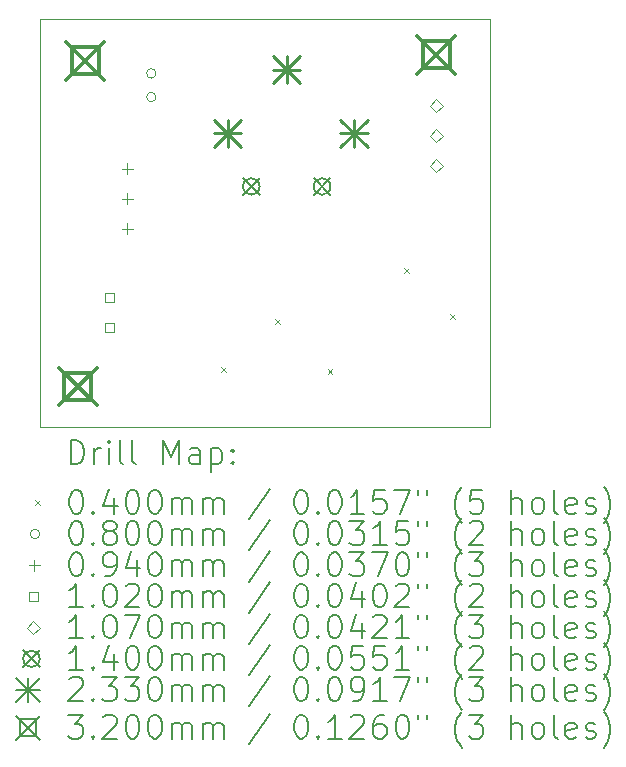
<source format=gbr>
%TF.GenerationSoftware,KiCad,Pcbnew,8.0.0*%
%TF.CreationDate,2024-04-17T17:35:24+02:00*%
%TF.ProjectId,Discharge Controller,44697363-6861-4726-9765-20436f6e7472,rev?*%
%TF.SameCoordinates,Original*%
%TF.FileFunction,Drillmap*%
%TF.FilePolarity,Positive*%
%FSLAX45Y45*%
G04 Gerber Fmt 4.5, Leading zero omitted, Abs format (unit mm)*
G04 Created by KiCad (PCBNEW 8.0.0) date 2024-04-17 17:35:24*
%MOMM*%
%LPD*%
G01*
G04 APERTURE LIST*
%ADD10C,0.100000*%
%ADD11C,0.200000*%
%ADD12C,0.102000*%
%ADD13C,0.107000*%
%ADD14C,0.140000*%
%ADD15C,0.233000*%
%ADD16C,0.320000*%
G04 APERTURE END LIST*
D10*
X14986000Y-5080000D02*
X18796000Y-5080000D01*
X18796000Y-8534400D01*
X14986000Y-8534400D01*
X14986000Y-5080000D01*
D11*
D10*
X16515400Y-8031800D02*
X16555400Y-8071800D01*
X16555400Y-8031800D02*
X16515400Y-8071800D01*
X16972600Y-7625400D02*
X17012600Y-7665400D01*
X17012600Y-7625400D02*
X16972600Y-7665400D01*
X17419640Y-8050280D02*
X17459640Y-8090280D01*
X17459640Y-8050280D02*
X17419640Y-8090280D01*
X18064800Y-7193600D02*
X18104800Y-7233600D01*
X18104800Y-7193600D02*
X18064800Y-7233600D01*
X18452800Y-7579680D02*
X18492800Y-7619680D01*
X18492800Y-7579680D02*
X18452800Y-7619680D01*
X15965800Y-5543289D02*
G75*
G02*
X15885800Y-5543289I-40000J0D01*
G01*
X15885800Y-5543289D02*
G75*
G02*
X15965800Y-5543289I40000J0D01*
G01*
X15965800Y-5743289D02*
G75*
G02*
X15885800Y-5743289I-40000J0D01*
G01*
X15885800Y-5743289D02*
G75*
G02*
X15965800Y-5743289I40000J0D01*
G01*
X15722600Y-6303000D02*
X15722600Y-6397000D01*
X15675600Y-6350000D02*
X15769600Y-6350000D01*
X15722600Y-6557000D02*
X15722600Y-6651000D01*
X15675600Y-6604000D02*
X15769600Y-6604000D01*
X15722600Y-6811000D02*
X15722600Y-6905000D01*
X15675600Y-6858000D02*
X15769600Y-6858000D01*
D12*
X15606263Y-7478263D02*
X15606263Y-7406137D01*
X15534137Y-7406137D01*
X15534137Y-7478263D01*
X15606263Y-7478263D01*
X15606263Y-7732263D02*
X15606263Y-7660137D01*
X15534137Y-7660137D01*
X15534137Y-7732263D01*
X15606263Y-7732263D01*
D13*
X18338800Y-5870100D02*
X18392300Y-5816600D01*
X18338800Y-5763100D01*
X18285300Y-5816600D01*
X18338800Y-5870100D01*
X18338800Y-6124100D02*
X18392300Y-6070600D01*
X18338800Y-6017100D01*
X18285300Y-6070600D01*
X18338800Y-6124100D01*
X18338800Y-6378100D02*
X18392300Y-6324600D01*
X18338800Y-6271100D01*
X18285300Y-6324600D01*
X18338800Y-6378100D01*
D14*
X16701950Y-6430650D02*
X16841950Y-6570650D01*
X16841950Y-6430650D02*
X16701950Y-6570650D01*
X16841950Y-6500650D02*
G75*
G02*
X16701950Y-6500650I-70000J0D01*
G01*
X16701950Y-6500650D02*
G75*
G02*
X16841950Y-6500650I70000J0D01*
G01*
X17301950Y-6430650D02*
X17441950Y-6570650D01*
X17441950Y-6430650D02*
X17301950Y-6570650D01*
X17441950Y-6500650D02*
G75*
G02*
X17301950Y-6500650I-70000J0D01*
G01*
X17301950Y-6500650D02*
G75*
G02*
X17441950Y-6500650I70000J0D01*
G01*
D15*
X16455450Y-5934150D02*
X16688450Y-6167150D01*
X16688450Y-5934150D02*
X16455450Y-6167150D01*
X16571950Y-5934150D02*
X16571950Y-6167150D01*
X16455450Y-6050650D02*
X16688450Y-6050650D01*
X16955450Y-5394150D02*
X17188450Y-5627150D01*
X17188450Y-5394150D02*
X16955450Y-5627150D01*
X17071950Y-5394150D02*
X17071950Y-5627150D01*
X16955450Y-5510650D02*
X17188450Y-5510650D01*
X17525450Y-5934150D02*
X17758450Y-6167150D01*
X17758450Y-5934150D02*
X17525450Y-6167150D01*
X17641950Y-5934150D02*
X17641950Y-6167150D01*
X17525450Y-6050650D02*
X17758450Y-6050650D01*
D16*
X15143500Y-8034040D02*
X15463500Y-8354040D01*
X15463500Y-8034040D02*
X15143500Y-8354040D01*
X15416638Y-8307178D02*
X15416638Y-8080902D01*
X15190362Y-8080902D01*
X15190362Y-8307178D01*
X15416638Y-8307178D01*
X15207000Y-5275600D02*
X15527000Y-5595600D01*
X15527000Y-5275600D02*
X15207000Y-5595600D01*
X15480138Y-5548738D02*
X15480138Y-5322462D01*
X15253862Y-5322462D01*
X15253862Y-5548738D01*
X15480138Y-5548738D01*
X18178800Y-5224800D02*
X18498800Y-5544800D01*
X18498800Y-5224800D02*
X18178800Y-5544800D01*
X18451938Y-5497938D02*
X18451938Y-5271662D01*
X18225662Y-5271662D01*
X18225662Y-5497938D01*
X18451938Y-5497938D01*
D11*
X15241777Y-8850884D02*
X15241777Y-8650884D01*
X15241777Y-8650884D02*
X15289396Y-8650884D01*
X15289396Y-8650884D02*
X15317967Y-8660408D01*
X15317967Y-8660408D02*
X15337015Y-8679455D01*
X15337015Y-8679455D02*
X15346539Y-8698503D01*
X15346539Y-8698503D02*
X15356062Y-8736598D01*
X15356062Y-8736598D02*
X15356062Y-8765170D01*
X15356062Y-8765170D02*
X15346539Y-8803265D01*
X15346539Y-8803265D02*
X15337015Y-8822312D01*
X15337015Y-8822312D02*
X15317967Y-8841360D01*
X15317967Y-8841360D02*
X15289396Y-8850884D01*
X15289396Y-8850884D02*
X15241777Y-8850884D01*
X15441777Y-8850884D02*
X15441777Y-8717550D01*
X15441777Y-8755646D02*
X15451301Y-8736598D01*
X15451301Y-8736598D02*
X15460824Y-8727074D01*
X15460824Y-8727074D02*
X15479872Y-8717550D01*
X15479872Y-8717550D02*
X15498920Y-8717550D01*
X15565586Y-8850884D02*
X15565586Y-8717550D01*
X15565586Y-8650884D02*
X15556062Y-8660408D01*
X15556062Y-8660408D02*
X15565586Y-8669931D01*
X15565586Y-8669931D02*
X15575110Y-8660408D01*
X15575110Y-8660408D02*
X15565586Y-8650884D01*
X15565586Y-8650884D02*
X15565586Y-8669931D01*
X15689396Y-8850884D02*
X15670348Y-8841360D01*
X15670348Y-8841360D02*
X15660824Y-8822312D01*
X15660824Y-8822312D02*
X15660824Y-8650884D01*
X15794158Y-8850884D02*
X15775110Y-8841360D01*
X15775110Y-8841360D02*
X15765586Y-8822312D01*
X15765586Y-8822312D02*
X15765586Y-8650884D01*
X16022729Y-8850884D02*
X16022729Y-8650884D01*
X16022729Y-8650884D02*
X16089396Y-8793741D01*
X16089396Y-8793741D02*
X16156062Y-8650884D01*
X16156062Y-8650884D02*
X16156062Y-8850884D01*
X16337015Y-8850884D02*
X16337015Y-8746122D01*
X16337015Y-8746122D02*
X16327491Y-8727074D01*
X16327491Y-8727074D02*
X16308443Y-8717550D01*
X16308443Y-8717550D02*
X16270348Y-8717550D01*
X16270348Y-8717550D02*
X16251301Y-8727074D01*
X16337015Y-8841360D02*
X16317967Y-8850884D01*
X16317967Y-8850884D02*
X16270348Y-8850884D01*
X16270348Y-8850884D02*
X16251301Y-8841360D01*
X16251301Y-8841360D02*
X16241777Y-8822312D01*
X16241777Y-8822312D02*
X16241777Y-8803265D01*
X16241777Y-8803265D02*
X16251301Y-8784217D01*
X16251301Y-8784217D02*
X16270348Y-8774693D01*
X16270348Y-8774693D02*
X16317967Y-8774693D01*
X16317967Y-8774693D02*
X16337015Y-8765170D01*
X16432253Y-8717550D02*
X16432253Y-8917550D01*
X16432253Y-8727074D02*
X16451301Y-8717550D01*
X16451301Y-8717550D02*
X16489396Y-8717550D01*
X16489396Y-8717550D02*
X16508443Y-8727074D01*
X16508443Y-8727074D02*
X16517967Y-8736598D01*
X16517967Y-8736598D02*
X16527491Y-8755646D01*
X16527491Y-8755646D02*
X16527491Y-8812789D01*
X16527491Y-8812789D02*
X16517967Y-8831836D01*
X16517967Y-8831836D02*
X16508443Y-8841360D01*
X16508443Y-8841360D02*
X16489396Y-8850884D01*
X16489396Y-8850884D02*
X16451301Y-8850884D01*
X16451301Y-8850884D02*
X16432253Y-8841360D01*
X16613205Y-8831836D02*
X16622729Y-8841360D01*
X16622729Y-8841360D02*
X16613205Y-8850884D01*
X16613205Y-8850884D02*
X16603682Y-8841360D01*
X16603682Y-8841360D02*
X16613205Y-8831836D01*
X16613205Y-8831836D02*
X16613205Y-8850884D01*
X16613205Y-8727074D02*
X16622729Y-8736598D01*
X16622729Y-8736598D02*
X16613205Y-8746122D01*
X16613205Y-8746122D02*
X16603682Y-8736598D01*
X16603682Y-8736598D02*
X16613205Y-8727074D01*
X16613205Y-8727074D02*
X16613205Y-8746122D01*
D10*
X14941000Y-9159400D02*
X14981000Y-9199400D01*
X14981000Y-9159400D02*
X14941000Y-9199400D01*
D11*
X15279872Y-9070884D02*
X15298920Y-9070884D01*
X15298920Y-9070884D02*
X15317967Y-9080408D01*
X15317967Y-9080408D02*
X15327491Y-9089931D01*
X15327491Y-9089931D02*
X15337015Y-9108979D01*
X15337015Y-9108979D02*
X15346539Y-9147074D01*
X15346539Y-9147074D02*
X15346539Y-9194693D01*
X15346539Y-9194693D02*
X15337015Y-9232789D01*
X15337015Y-9232789D02*
X15327491Y-9251836D01*
X15327491Y-9251836D02*
X15317967Y-9261360D01*
X15317967Y-9261360D02*
X15298920Y-9270884D01*
X15298920Y-9270884D02*
X15279872Y-9270884D01*
X15279872Y-9270884D02*
X15260824Y-9261360D01*
X15260824Y-9261360D02*
X15251301Y-9251836D01*
X15251301Y-9251836D02*
X15241777Y-9232789D01*
X15241777Y-9232789D02*
X15232253Y-9194693D01*
X15232253Y-9194693D02*
X15232253Y-9147074D01*
X15232253Y-9147074D02*
X15241777Y-9108979D01*
X15241777Y-9108979D02*
X15251301Y-9089931D01*
X15251301Y-9089931D02*
X15260824Y-9080408D01*
X15260824Y-9080408D02*
X15279872Y-9070884D01*
X15432253Y-9251836D02*
X15441777Y-9261360D01*
X15441777Y-9261360D02*
X15432253Y-9270884D01*
X15432253Y-9270884D02*
X15422729Y-9261360D01*
X15422729Y-9261360D02*
X15432253Y-9251836D01*
X15432253Y-9251836D02*
X15432253Y-9270884D01*
X15613205Y-9137550D02*
X15613205Y-9270884D01*
X15565586Y-9061360D02*
X15517967Y-9204217D01*
X15517967Y-9204217D02*
X15641777Y-9204217D01*
X15756062Y-9070884D02*
X15775110Y-9070884D01*
X15775110Y-9070884D02*
X15794158Y-9080408D01*
X15794158Y-9080408D02*
X15803682Y-9089931D01*
X15803682Y-9089931D02*
X15813205Y-9108979D01*
X15813205Y-9108979D02*
X15822729Y-9147074D01*
X15822729Y-9147074D02*
X15822729Y-9194693D01*
X15822729Y-9194693D02*
X15813205Y-9232789D01*
X15813205Y-9232789D02*
X15803682Y-9251836D01*
X15803682Y-9251836D02*
X15794158Y-9261360D01*
X15794158Y-9261360D02*
X15775110Y-9270884D01*
X15775110Y-9270884D02*
X15756062Y-9270884D01*
X15756062Y-9270884D02*
X15737015Y-9261360D01*
X15737015Y-9261360D02*
X15727491Y-9251836D01*
X15727491Y-9251836D02*
X15717967Y-9232789D01*
X15717967Y-9232789D02*
X15708443Y-9194693D01*
X15708443Y-9194693D02*
X15708443Y-9147074D01*
X15708443Y-9147074D02*
X15717967Y-9108979D01*
X15717967Y-9108979D02*
X15727491Y-9089931D01*
X15727491Y-9089931D02*
X15737015Y-9080408D01*
X15737015Y-9080408D02*
X15756062Y-9070884D01*
X15946539Y-9070884D02*
X15965586Y-9070884D01*
X15965586Y-9070884D02*
X15984634Y-9080408D01*
X15984634Y-9080408D02*
X15994158Y-9089931D01*
X15994158Y-9089931D02*
X16003682Y-9108979D01*
X16003682Y-9108979D02*
X16013205Y-9147074D01*
X16013205Y-9147074D02*
X16013205Y-9194693D01*
X16013205Y-9194693D02*
X16003682Y-9232789D01*
X16003682Y-9232789D02*
X15994158Y-9251836D01*
X15994158Y-9251836D02*
X15984634Y-9261360D01*
X15984634Y-9261360D02*
X15965586Y-9270884D01*
X15965586Y-9270884D02*
X15946539Y-9270884D01*
X15946539Y-9270884D02*
X15927491Y-9261360D01*
X15927491Y-9261360D02*
X15917967Y-9251836D01*
X15917967Y-9251836D02*
X15908443Y-9232789D01*
X15908443Y-9232789D02*
X15898920Y-9194693D01*
X15898920Y-9194693D02*
X15898920Y-9147074D01*
X15898920Y-9147074D02*
X15908443Y-9108979D01*
X15908443Y-9108979D02*
X15917967Y-9089931D01*
X15917967Y-9089931D02*
X15927491Y-9080408D01*
X15927491Y-9080408D02*
X15946539Y-9070884D01*
X16098920Y-9270884D02*
X16098920Y-9137550D01*
X16098920Y-9156598D02*
X16108443Y-9147074D01*
X16108443Y-9147074D02*
X16127491Y-9137550D01*
X16127491Y-9137550D02*
X16156063Y-9137550D01*
X16156063Y-9137550D02*
X16175110Y-9147074D01*
X16175110Y-9147074D02*
X16184634Y-9166122D01*
X16184634Y-9166122D02*
X16184634Y-9270884D01*
X16184634Y-9166122D02*
X16194158Y-9147074D01*
X16194158Y-9147074D02*
X16213205Y-9137550D01*
X16213205Y-9137550D02*
X16241777Y-9137550D01*
X16241777Y-9137550D02*
X16260824Y-9147074D01*
X16260824Y-9147074D02*
X16270348Y-9166122D01*
X16270348Y-9166122D02*
X16270348Y-9270884D01*
X16365586Y-9270884D02*
X16365586Y-9137550D01*
X16365586Y-9156598D02*
X16375110Y-9147074D01*
X16375110Y-9147074D02*
X16394158Y-9137550D01*
X16394158Y-9137550D02*
X16422729Y-9137550D01*
X16422729Y-9137550D02*
X16441777Y-9147074D01*
X16441777Y-9147074D02*
X16451301Y-9166122D01*
X16451301Y-9166122D02*
X16451301Y-9270884D01*
X16451301Y-9166122D02*
X16460824Y-9147074D01*
X16460824Y-9147074D02*
X16479872Y-9137550D01*
X16479872Y-9137550D02*
X16508443Y-9137550D01*
X16508443Y-9137550D02*
X16527491Y-9147074D01*
X16527491Y-9147074D02*
X16537015Y-9166122D01*
X16537015Y-9166122D02*
X16537015Y-9270884D01*
X16927491Y-9061360D02*
X16756063Y-9318503D01*
X17184634Y-9070884D02*
X17203682Y-9070884D01*
X17203682Y-9070884D02*
X17222729Y-9080408D01*
X17222729Y-9080408D02*
X17232253Y-9089931D01*
X17232253Y-9089931D02*
X17241777Y-9108979D01*
X17241777Y-9108979D02*
X17251301Y-9147074D01*
X17251301Y-9147074D02*
X17251301Y-9194693D01*
X17251301Y-9194693D02*
X17241777Y-9232789D01*
X17241777Y-9232789D02*
X17232253Y-9251836D01*
X17232253Y-9251836D02*
X17222729Y-9261360D01*
X17222729Y-9261360D02*
X17203682Y-9270884D01*
X17203682Y-9270884D02*
X17184634Y-9270884D01*
X17184634Y-9270884D02*
X17165587Y-9261360D01*
X17165587Y-9261360D02*
X17156063Y-9251836D01*
X17156063Y-9251836D02*
X17146539Y-9232789D01*
X17146539Y-9232789D02*
X17137015Y-9194693D01*
X17137015Y-9194693D02*
X17137015Y-9147074D01*
X17137015Y-9147074D02*
X17146539Y-9108979D01*
X17146539Y-9108979D02*
X17156063Y-9089931D01*
X17156063Y-9089931D02*
X17165587Y-9080408D01*
X17165587Y-9080408D02*
X17184634Y-9070884D01*
X17337015Y-9251836D02*
X17346539Y-9261360D01*
X17346539Y-9261360D02*
X17337015Y-9270884D01*
X17337015Y-9270884D02*
X17327491Y-9261360D01*
X17327491Y-9261360D02*
X17337015Y-9251836D01*
X17337015Y-9251836D02*
X17337015Y-9270884D01*
X17470348Y-9070884D02*
X17489396Y-9070884D01*
X17489396Y-9070884D02*
X17508444Y-9080408D01*
X17508444Y-9080408D02*
X17517968Y-9089931D01*
X17517968Y-9089931D02*
X17527491Y-9108979D01*
X17527491Y-9108979D02*
X17537015Y-9147074D01*
X17537015Y-9147074D02*
X17537015Y-9194693D01*
X17537015Y-9194693D02*
X17527491Y-9232789D01*
X17527491Y-9232789D02*
X17517968Y-9251836D01*
X17517968Y-9251836D02*
X17508444Y-9261360D01*
X17508444Y-9261360D02*
X17489396Y-9270884D01*
X17489396Y-9270884D02*
X17470348Y-9270884D01*
X17470348Y-9270884D02*
X17451301Y-9261360D01*
X17451301Y-9261360D02*
X17441777Y-9251836D01*
X17441777Y-9251836D02*
X17432253Y-9232789D01*
X17432253Y-9232789D02*
X17422729Y-9194693D01*
X17422729Y-9194693D02*
X17422729Y-9147074D01*
X17422729Y-9147074D02*
X17432253Y-9108979D01*
X17432253Y-9108979D02*
X17441777Y-9089931D01*
X17441777Y-9089931D02*
X17451301Y-9080408D01*
X17451301Y-9080408D02*
X17470348Y-9070884D01*
X17727491Y-9270884D02*
X17613206Y-9270884D01*
X17670348Y-9270884D02*
X17670348Y-9070884D01*
X17670348Y-9070884D02*
X17651301Y-9099455D01*
X17651301Y-9099455D02*
X17632253Y-9118503D01*
X17632253Y-9118503D02*
X17613206Y-9128027D01*
X17908444Y-9070884D02*
X17813206Y-9070884D01*
X17813206Y-9070884D02*
X17803682Y-9166122D01*
X17803682Y-9166122D02*
X17813206Y-9156598D01*
X17813206Y-9156598D02*
X17832253Y-9147074D01*
X17832253Y-9147074D02*
X17879872Y-9147074D01*
X17879872Y-9147074D02*
X17898920Y-9156598D01*
X17898920Y-9156598D02*
X17908444Y-9166122D01*
X17908444Y-9166122D02*
X17917968Y-9185170D01*
X17917968Y-9185170D02*
X17917968Y-9232789D01*
X17917968Y-9232789D02*
X17908444Y-9251836D01*
X17908444Y-9251836D02*
X17898920Y-9261360D01*
X17898920Y-9261360D02*
X17879872Y-9270884D01*
X17879872Y-9270884D02*
X17832253Y-9270884D01*
X17832253Y-9270884D02*
X17813206Y-9261360D01*
X17813206Y-9261360D02*
X17803682Y-9251836D01*
X17984634Y-9070884D02*
X18117968Y-9070884D01*
X18117968Y-9070884D02*
X18032253Y-9270884D01*
X18184634Y-9070884D02*
X18184634Y-9108979D01*
X18260825Y-9070884D02*
X18260825Y-9108979D01*
X18556063Y-9347074D02*
X18546539Y-9337550D01*
X18546539Y-9337550D02*
X18527491Y-9308979D01*
X18527491Y-9308979D02*
X18517968Y-9289931D01*
X18517968Y-9289931D02*
X18508444Y-9261360D01*
X18508444Y-9261360D02*
X18498920Y-9213741D01*
X18498920Y-9213741D02*
X18498920Y-9175646D01*
X18498920Y-9175646D02*
X18508444Y-9128027D01*
X18508444Y-9128027D02*
X18517968Y-9099455D01*
X18517968Y-9099455D02*
X18527491Y-9080408D01*
X18527491Y-9080408D02*
X18546539Y-9051836D01*
X18546539Y-9051836D02*
X18556063Y-9042312D01*
X18727491Y-9070884D02*
X18632253Y-9070884D01*
X18632253Y-9070884D02*
X18622730Y-9166122D01*
X18622730Y-9166122D02*
X18632253Y-9156598D01*
X18632253Y-9156598D02*
X18651301Y-9147074D01*
X18651301Y-9147074D02*
X18698920Y-9147074D01*
X18698920Y-9147074D02*
X18717968Y-9156598D01*
X18717968Y-9156598D02*
X18727491Y-9166122D01*
X18727491Y-9166122D02*
X18737015Y-9185170D01*
X18737015Y-9185170D02*
X18737015Y-9232789D01*
X18737015Y-9232789D02*
X18727491Y-9251836D01*
X18727491Y-9251836D02*
X18717968Y-9261360D01*
X18717968Y-9261360D02*
X18698920Y-9270884D01*
X18698920Y-9270884D02*
X18651301Y-9270884D01*
X18651301Y-9270884D02*
X18632253Y-9261360D01*
X18632253Y-9261360D02*
X18622730Y-9251836D01*
X18975111Y-9270884D02*
X18975111Y-9070884D01*
X19060825Y-9270884D02*
X19060825Y-9166122D01*
X19060825Y-9166122D02*
X19051301Y-9147074D01*
X19051301Y-9147074D02*
X19032253Y-9137550D01*
X19032253Y-9137550D02*
X19003682Y-9137550D01*
X19003682Y-9137550D02*
X18984634Y-9147074D01*
X18984634Y-9147074D02*
X18975111Y-9156598D01*
X19184634Y-9270884D02*
X19165587Y-9261360D01*
X19165587Y-9261360D02*
X19156063Y-9251836D01*
X19156063Y-9251836D02*
X19146539Y-9232789D01*
X19146539Y-9232789D02*
X19146539Y-9175646D01*
X19146539Y-9175646D02*
X19156063Y-9156598D01*
X19156063Y-9156598D02*
X19165587Y-9147074D01*
X19165587Y-9147074D02*
X19184634Y-9137550D01*
X19184634Y-9137550D02*
X19213206Y-9137550D01*
X19213206Y-9137550D02*
X19232253Y-9147074D01*
X19232253Y-9147074D02*
X19241777Y-9156598D01*
X19241777Y-9156598D02*
X19251301Y-9175646D01*
X19251301Y-9175646D02*
X19251301Y-9232789D01*
X19251301Y-9232789D02*
X19241777Y-9251836D01*
X19241777Y-9251836D02*
X19232253Y-9261360D01*
X19232253Y-9261360D02*
X19213206Y-9270884D01*
X19213206Y-9270884D02*
X19184634Y-9270884D01*
X19365587Y-9270884D02*
X19346539Y-9261360D01*
X19346539Y-9261360D02*
X19337015Y-9242312D01*
X19337015Y-9242312D02*
X19337015Y-9070884D01*
X19517968Y-9261360D02*
X19498920Y-9270884D01*
X19498920Y-9270884D02*
X19460825Y-9270884D01*
X19460825Y-9270884D02*
X19441777Y-9261360D01*
X19441777Y-9261360D02*
X19432253Y-9242312D01*
X19432253Y-9242312D02*
X19432253Y-9166122D01*
X19432253Y-9166122D02*
X19441777Y-9147074D01*
X19441777Y-9147074D02*
X19460825Y-9137550D01*
X19460825Y-9137550D02*
X19498920Y-9137550D01*
X19498920Y-9137550D02*
X19517968Y-9147074D01*
X19517968Y-9147074D02*
X19527492Y-9166122D01*
X19527492Y-9166122D02*
X19527492Y-9185170D01*
X19527492Y-9185170D02*
X19432253Y-9204217D01*
X19603682Y-9261360D02*
X19622730Y-9270884D01*
X19622730Y-9270884D02*
X19660825Y-9270884D01*
X19660825Y-9270884D02*
X19679873Y-9261360D01*
X19679873Y-9261360D02*
X19689396Y-9242312D01*
X19689396Y-9242312D02*
X19689396Y-9232789D01*
X19689396Y-9232789D02*
X19679873Y-9213741D01*
X19679873Y-9213741D02*
X19660825Y-9204217D01*
X19660825Y-9204217D02*
X19632253Y-9204217D01*
X19632253Y-9204217D02*
X19613206Y-9194693D01*
X19613206Y-9194693D02*
X19603682Y-9175646D01*
X19603682Y-9175646D02*
X19603682Y-9166122D01*
X19603682Y-9166122D02*
X19613206Y-9147074D01*
X19613206Y-9147074D02*
X19632253Y-9137550D01*
X19632253Y-9137550D02*
X19660825Y-9137550D01*
X19660825Y-9137550D02*
X19679873Y-9147074D01*
X19756063Y-9347074D02*
X19765587Y-9337550D01*
X19765587Y-9337550D02*
X19784634Y-9308979D01*
X19784634Y-9308979D02*
X19794158Y-9289931D01*
X19794158Y-9289931D02*
X19803682Y-9261360D01*
X19803682Y-9261360D02*
X19813206Y-9213741D01*
X19813206Y-9213741D02*
X19813206Y-9175646D01*
X19813206Y-9175646D02*
X19803682Y-9128027D01*
X19803682Y-9128027D02*
X19794158Y-9099455D01*
X19794158Y-9099455D02*
X19784634Y-9080408D01*
X19784634Y-9080408D02*
X19765587Y-9051836D01*
X19765587Y-9051836D02*
X19756063Y-9042312D01*
D10*
X14981000Y-9443400D02*
G75*
G02*
X14901000Y-9443400I-40000J0D01*
G01*
X14901000Y-9443400D02*
G75*
G02*
X14981000Y-9443400I40000J0D01*
G01*
D11*
X15279872Y-9334884D02*
X15298920Y-9334884D01*
X15298920Y-9334884D02*
X15317967Y-9344408D01*
X15317967Y-9344408D02*
X15327491Y-9353931D01*
X15327491Y-9353931D02*
X15337015Y-9372979D01*
X15337015Y-9372979D02*
X15346539Y-9411074D01*
X15346539Y-9411074D02*
X15346539Y-9458693D01*
X15346539Y-9458693D02*
X15337015Y-9496789D01*
X15337015Y-9496789D02*
X15327491Y-9515836D01*
X15327491Y-9515836D02*
X15317967Y-9525360D01*
X15317967Y-9525360D02*
X15298920Y-9534884D01*
X15298920Y-9534884D02*
X15279872Y-9534884D01*
X15279872Y-9534884D02*
X15260824Y-9525360D01*
X15260824Y-9525360D02*
X15251301Y-9515836D01*
X15251301Y-9515836D02*
X15241777Y-9496789D01*
X15241777Y-9496789D02*
X15232253Y-9458693D01*
X15232253Y-9458693D02*
X15232253Y-9411074D01*
X15232253Y-9411074D02*
X15241777Y-9372979D01*
X15241777Y-9372979D02*
X15251301Y-9353931D01*
X15251301Y-9353931D02*
X15260824Y-9344408D01*
X15260824Y-9344408D02*
X15279872Y-9334884D01*
X15432253Y-9515836D02*
X15441777Y-9525360D01*
X15441777Y-9525360D02*
X15432253Y-9534884D01*
X15432253Y-9534884D02*
X15422729Y-9525360D01*
X15422729Y-9525360D02*
X15432253Y-9515836D01*
X15432253Y-9515836D02*
X15432253Y-9534884D01*
X15556062Y-9420598D02*
X15537015Y-9411074D01*
X15537015Y-9411074D02*
X15527491Y-9401550D01*
X15527491Y-9401550D02*
X15517967Y-9382503D01*
X15517967Y-9382503D02*
X15517967Y-9372979D01*
X15517967Y-9372979D02*
X15527491Y-9353931D01*
X15527491Y-9353931D02*
X15537015Y-9344408D01*
X15537015Y-9344408D02*
X15556062Y-9334884D01*
X15556062Y-9334884D02*
X15594158Y-9334884D01*
X15594158Y-9334884D02*
X15613205Y-9344408D01*
X15613205Y-9344408D02*
X15622729Y-9353931D01*
X15622729Y-9353931D02*
X15632253Y-9372979D01*
X15632253Y-9372979D02*
X15632253Y-9382503D01*
X15632253Y-9382503D02*
X15622729Y-9401550D01*
X15622729Y-9401550D02*
X15613205Y-9411074D01*
X15613205Y-9411074D02*
X15594158Y-9420598D01*
X15594158Y-9420598D02*
X15556062Y-9420598D01*
X15556062Y-9420598D02*
X15537015Y-9430122D01*
X15537015Y-9430122D02*
X15527491Y-9439646D01*
X15527491Y-9439646D02*
X15517967Y-9458693D01*
X15517967Y-9458693D02*
X15517967Y-9496789D01*
X15517967Y-9496789D02*
X15527491Y-9515836D01*
X15527491Y-9515836D02*
X15537015Y-9525360D01*
X15537015Y-9525360D02*
X15556062Y-9534884D01*
X15556062Y-9534884D02*
X15594158Y-9534884D01*
X15594158Y-9534884D02*
X15613205Y-9525360D01*
X15613205Y-9525360D02*
X15622729Y-9515836D01*
X15622729Y-9515836D02*
X15632253Y-9496789D01*
X15632253Y-9496789D02*
X15632253Y-9458693D01*
X15632253Y-9458693D02*
X15622729Y-9439646D01*
X15622729Y-9439646D02*
X15613205Y-9430122D01*
X15613205Y-9430122D02*
X15594158Y-9420598D01*
X15756062Y-9334884D02*
X15775110Y-9334884D01*
X15775110Y-9334884D02*
X15794158Y-9344408D01*
X15794158Y-9344408D02*
X15803682Y-9353931D01*
X15803682Y-9353931D02*
X15813205Y-9372979D01*
X15813205Y-9372979D02*
X15822729Y-9411074D01*
X15822729Y-9411074D02*
X15822729Y-9458693D01*
X15822729Y-9458693D02*
X15813205Y-9496789D01*
X15813205Y-9496789D02*
X15803682Y-9515836D01*
X15803682Y-9515836D02*
X15794158Y-9525360D01*
X15794158Y-9525360D02*
X15775110Y-9534884D01*
X15775110Y-9534884D02*
X15756062Y-9534884D01*
X15756062Y-9534884D02*
X15737015Y-9525360D01*
X15737015Y-9525360D02*
X15727491Y-9515836D01*
X15727491Y-9515836D02*
X15717967Y-9496789D01*
X15717967Y-9496789D02*
X15708443Y-9458693D01*
X15708443Y-9458693D02*
X15708443Y-9411074D01*
X15708443Y-9411074D02*
X15717967Y-9372979D01*
X15717967Y-9372979D02*
X15727491Y-9353931D01*
X15727491Y-9353931D02*
X15737015Y-9344408D01*
X15737015Y-9344408D02*
X15756062Y-9334884D01*
X15946539Y-9334884D02*
X15965586Y-9334884D01*
X15965586Y-9334884D02*
X15984634Y-9344408D01*
X15984634Y-9344408D02*
X15994158Y-9353931D01*
X15994158Y-9353931D02*
X16003682Y-9372979D01*
X16003682Y-9372979D02*
X16013205Y-9411074D01*
X16013205Y-9411074D02*
X16013205Y-9458693D01*
X16013205Y-9458693D02*
X16003682Y-9496789D01*
X16003682Y-9496789D02*
X15994158Y-9515836D01*
X15994158Y-9515836D02*
X15984634Y-9525360D01*
X15984634Y-9525360D02*
X15965586Y-9534884D01*
X15965586Y-9534884D02*
X15946539Y-9534884D01*
X15946539Y-9534884D02*
X15927491Y-9525360D01*
X15927491Y-9525360D02*
X15917967Y-9515836D01*
X15917967Y-9515836D02*
X15908443Y-9496789D01*
X15908443Y-9496789D02*
X15898920Y-9458693D01*
X15898920Y-9458693D02*
X15898920Y-9411074D01*
X15898920Y-9411074D02*
X15908443Y-9372979D01*
X15908443Y-9372979D02*
X15917967Y-9353931D01*
X15917967Y-9353931D02*
X15927491Y-9344408D01*
X15927491Y-9344408D02*
X15946539Y-9334884D01*
X16098920Y-9534884D02*
X16098920Y-9401550D01*
X16098920Y-9420598D02*
X16108443Y-9411074D01*
X16108443Y-9411074D02*
X16127491Y-9401550D01*
X16127491Y-9401550D02*
X16156063Y-9401550D01*
X16156063Y-9401550D02*
X16175110Y-9411074D01*
X16175110Y-9411074D02*
X16184634Y-9430122D01*
X16184634Y-9430122D02*
X16184634Y-9534884D01*
X16184634Y-9430122D02*
X16194158Y-9411074D01*
X16194158Y-9411074D02*
X16213205Y-9401550D01*
X16213205Y-9401550D02*
X16241777Y-9401550D01*
X16241777Y-9401550D02*
X16260824Y-9411074D01*
X16260824Y-9411074D02*
X16270348Y-9430122D01*
X16270348Y-9430122D02*
X16270348Y-9534884D01*
X16365586Y-9534884D02*
X16365586Y-9401550D01*
X16365586Y-9420598D02*
X16375110Y-9411074D01*
X16375110Y-9411074D02*
X16394158Y-9401550D01*
X16394158Y-9401550D02*
X16422729Y-9401550D01*
X16422729Y-9401550D02*
X16441777Y-9411074D01*
X16441777Y-9411074D02*
X16451301Y-9430122D01*
X16451301Y-9430122D02*
X16451301Y-9534884D01*
X16451301Y-9430122D02*
X16460824Y-9411074D01*
X16460824Y-9411074D02*
X16479872Y-9401550D01*
X16479872Y-9401550D02*
X16508443Y-9401550D01*
X16508443Y-9401550D02*
X16527491Y-9411074D01*
X16527491Y-9411074D02*
X16537015Y-9430122D01*
X16537015Y-9430122D02*
X16537015Y-9534884D01*
X16927491Y-9325360D02*
X16756063Y-9582503D01*
X17184634Y-9334884D02*
X17203682Y-9334884D01*
X17203682Y-9334884D02*
X17222729Y-9344408D01*
X17222729Y-9344408D02*
X17232253Y-9353931D01*
X17232253Y-9353931D02*
X17241777Y-9372979D01*
X17241777Y-9372979D02*
X17251301Y-9411074D01*
X17251301Y-9411074D02*
X17251301Y-9458693D01*
X17251301Y-9458693D02*
X17241777Y-9496789D01*
X17241777Y-9496789D02*
X17232253Y-9515836D01*
X17232253Y-9515836D02*
X17222729Y-9525360D01*
X17222729Y-9525360D02*
X17203682Y-9534884D01*
X17203682Y-9534884D02*
X17184634Y-9534884D01*
X17184634Y-9534884D02*
X17165587Y-9525360D01*
X17165587Y-9525360D02*
X17156063Y-9515836D01*
X17156063Y-9515836D02*
X17146539Y-9496789D01*
X17146539Y-9496789D02*
X17137015Y-9458693D01*
X17137015Y-9458693D02*
X17137015Y-9411074D01*
X17137015Y-9411074D02*
X17146539Y-9372979D01*
X17146539Y-9372979D02*
X17156063Y-9353931D01*
X17156063Y-9353931D02*
X17165587Y-9344408D01*
X17165587Y-9344408D02*
X17184634Y-9334884D01*
X17337015Y-9515836D02*
X17346539Y-9525360D01*
X17346539Y-9525360D02*
X17337015Y-9534884D01*
X17337015Y-9534884D02*
X17327491Y-9525360D01*
X17327491Y-9525360D02*
X17337015Y-9515836D01*
X17337015Y-9515836D02*
X17337015Y-9534884D01*
X17470348Y-9334884D02*
X17489396Y-9334884D01*
X17489396Y-9334884D02*
X17508444Y-9344408D01*
X17508444Y-9344408D02*
X17517968Y-9353931D01*
X17517968Y-9353931D02*
X17527491Y-9372979D01*
X17527491Y-9372979D02*
X17537015Y-9411074D01*
X17537015Y-9411074D02*
X17537015Y-9458693D01*
X17537015Y-9458693D02*
X17527491Y-9496789D01*
X17527491Y-9496789D02*
X17517968Y-9515836D01*
X17517968Y-9515836D02*
X17508444Y-9525360D01*
X17508444Y-9525360D02*
X17489396Y-9534884D01*
X17489396Y-9534884D02*
X17470348Y-9534884D01*
X17470348Y-9534884D02*
X17451301Y-9525360D01*
X17451301Y-9525360D02*
X17441777Y-9515836D01*
X17441777Y-9515836D02*
X17432253Y-9496789D01*
X17432253Y-9496789D02*
X17422729Y-9458693D01*
X17422729Y-9458693D02*
X17422729Y-9411074D01*
X17422729Y-9411074D02*
X17432253Y-9372979D01*
X17432253Y-9372979D02*
X17441777Y-9353931D01*
X17441777Y-9353931D02*
X17451301Y-9344408D01*
X17451301Y-9344408D02*
X17470348Y-9334884D01*
X17603682Y-9334884D02*
X17727491Y-9334884D01*
X17727491Y-9334884D02*
X17660825Y-9411074D01*
X17660825Y-9411074D02*
X17689396Y-9411074D01*
X17689396Y-9411074D02*
X17708444Y-9420598D01*
X17708444Y-9420598D02*
X17717968Y-9430122D01*
X17717968Y-9430122D02*
X17727491Y-9449170D01*
X17727491Y-9449170D02*
X17727491Y-9496789D01*
X17727491Y-9496789D02*
X17717968Y-9515836D01*
X17717968Y-9515836D02*
X17708444Y-9525360D01*
X17708444Y-9525360D02*
X17689396Y-9534884D01*
X17689396Y-9534884D02*
X17632253Y-9534884D01*
X17632253Y-9534884D02*
X17613206Y-9525360D01*
X17613206Y-9525360D02*
X17603682Y-9515836D01*
X17917968Y-9534884D02*
X17803682Y-9534884D01*
X17860825Y-9534884D02*
X17860825Y-9334884D01*
X17860825Y-9334884D02*
X17841777Y-9363455D01*
X17841777Y-9363455D02*
X17822729Y-9382503D01*
X17822729Y-9382503D02*
X17803682Y-9392027D01*
X18098920Y-9334884D02*
X18003682Y-9334884D01*
X18003682Y-9334884D02*
X17994158Y-9430122D01*
X17994158Y-9430122D02*
X18003682Y-9420598D01*
X18003682Y-9420598D02*
X18022729Y-9411074D01*
X18022729Y-9411074D02*
X18070349Y-9411074D01*
X18070349Y-9411074D02*
X18089396Y-9420598D01*
X18089396Y-9420598D02*
X18098920Y-9430122D01*
X18098920Y-9430122D02*
X18108444Y-9449170D01*
X18108444Y-9449170D02*
X18108444Y-9496789D01*
X18108444Y-9496789D02*
X18098920Y-9515836D01*
X18098920Y-9515836D02*
X18089396Y-9525360D01*
X18089396Y-9525360D02*
X18070349Y-9534884D01*
X18070349Y-9534884D02*
X18022729Y-9534884D01*
X18022729Y-9534884D02*
X18003682Y-9525360D01*
X18003682Y-9525360D02*
X17994158Y-9515836D01*
X18184634Y-9334884D02*
X18184634Y-9372979D01*
X18260825Y-9334884D02*
X18260825Y-9372979D01*
X18556063Y-9611074D02*
X18546539Y-9601550D01*
X18546539Y-9601550D02*
X18527491Y-9572979D01*
X18527491Y-9572979D02*
X18517968Y-9553931D01*
X18517968Y-9553931D02*
X18508444Y-9525360D01*
X18508444Y-9525360D02*
X18498920Y-9477741D01*
X18498920Y-9477741D02*
X18498920Y-9439646D01*
X18498920Y-9439646D02*
X18508444Y-9392027D01*
X18508444Y-9392027D02*
X18517968Y-9363455D01*
X18517968Y-9363455D02*
X18527491Y-9344408D01*
X18527491Y-9344408D02*
X18546539Y-9315836D01*
X18546539Y-9315836D02*
X18556063Y-9306312D01*
X18622730Y-9353931D02*
X18632253Y-9344408D01*
X18632253Y-9344408D02*
X18651301Y-9334884D01*
X18651301Y-9334884D02*
X18698920Y-9334884D01*
X18698920Y-9334884D02*
X18717968Y-9344408D01*
X18717968Y-9344408D02*
X18727491Y-9353931D01*
X18727491Y-9353931D02*
X18737015Y-9372979D01*
X18737015Y-9372979D02*
X18737015Y-9392027D01*
X18737015Y-9392027D02*
X18727491Y-9420598D01*
X18727491Y-9420598D02*
X18613206Y-9534884D01*
X18613206Y-9534884D02*
X18737015Y-9534884D01*
X18975111Y-9534884D02*
X18975111Y-9334884D01*
X19060825Y-9534884D02*
X19060825Y-9430122D01*
X19060825Y-9430122D02*
X19051301Y-9411074D01*
X19051301Y-9411074D02*
X19032253Y-9401550D01*
X19032253Y-9401550D02*
X19003682Y-9401550D01*
X19003682Y-9401550D02*
X18984634Y-9411074D01*
X18984634Y-9411074D02*
X18975111Y-9420598D01*
X19184634Y-9534884D02*
X19165587Y-9525360D01*
X19165587Y-9525360D02*
X19156063Y-9515836D01*
X19156063Y-9515836D02*
X19146539Y-9496789D01*
X19146539Y-9496789D02*
X19146539Y-9439646D01*
X19146539Y-9439646D02*
X19156063Y-9420598D01*
X19156063Y-9420598D02*
X19165587Y-9411074D01*
X19165587Y-9411074D02*
X19184634Y-9401550D01*
X19184634Y-9401550D02*
X19213206Y-9401550D01*
X19213206Y-9401550D02*
X19232253Y-9411074D01*
X19232253Y-9411074D02*
X19241777Y-9420598D01*
X19241777Y-9420598D02*
X19251301Y-9439646D01*
X19251301Y-9439646D02*
X19251301Y-9496789D01*
X19251301Y-9496789D02*
X19241777Y-9515836D01*
X19241777Y-9515836D02*
X19232253Y-9525360D01*
X19232253Y-9525360D02*
X19213206Y-9534884D01*
X19213206Y-9534884D02*
X19184634Y-9534884D01*
X19365587Y-9534884D02*
X19346539Y-9525360D01*
X19346539Y-9525360D02*
X19337015Y-9506312D01*
X19337015Y-9506312D02*
X19337015Y-9334884D01*
X19517968Y-9525360D02*
X19498920Y-9534884D01*
X19498920Y-9534884D02*
X19460825Y-9534884D01*
X19460825Y-9534884D02*
X19441777Y-9525360D01*
X19441777Y-9525360D02*
X19432253Y-9506312D01*
X19432253Y-9506312D02*
X19432253Y-9430122D01*
X19432253Y-9430122D02*
X19441777Y-9411074D01*
X19441777Y-9411074D02*
X19460825Y-9401550D01*
X19460825Y-9401550D02*
X19498920Y-9401550D01*
X19498920Y-9401550D02*
X19517968Y-9411074D01*
X19517968Y-9411074D02*
X19527492Y-9430122D01*
X19527492Y-9430122D02*
X19527492Y-9449170D01*
X19527492Y-9449170D02*
X19432253Y-9468217D01*
X19603682Y-9525360D02*
X19622730Y-9534884D01*
X19622730Y-9534884D02*
X19660825Y-9534884D01*
X19660825Y-9534884D02*
X19679873Y-9525360D01*
X19679873Y-9525360D02*
X19689396Y-9506312D01*
X19689396Y-9506312D02*
X19689396Y-9496789D01*
X19689396Y-9496789D02*
X19679873Y-9477741D01*
X19679873Y-9477741D02*
X19660825Y-9468217D01*
X19660825Y-9468217D02*
X19632253Y-9468217D01*
X19632253Y-9468217D02*
X19613206Y-9458693D01*
X19613206Y-9458693D02*
X19603682Y-9439646D01*
X19603682Y-9439646D02*
X19603682Y-9430122D01*
X19603682Y-9430122D02*
X19613206Y-9411074D01*
X19613206Y-9411074D02*
X19632253Y-9401550D01*
X19632253Y-9401550D02*
X19660825Y-9401550D01*
X19660825Y-9401550D02*
X19679873Y-9411074D01*
X19756063Y-9611074D02*
X19765587Y-9601550D01*
X19765587Y-9601550D02*
X19784634Y-9572979D01*
X19784634Y-9572979D02*
X19794158Y-9553931D01*
X19794158Y-9553931D02*
X19803682Y-9525360D01*
X19803682Y-9525360D02*
X19813206Y-9477741D01*
X19813206Y-9477741D02*
X19813206Y-9439646D01*
X19813206Y-9439646D02*
X19803682Y-9392027D01*
X19803682Y-9392027D02*
X19794158Y-9363455D01*
X19794158Y-9363455D02*
X19784634Y-9344408D01*
X19784634Y-9344408D02*
X19765587Y-9315836D01*
X19765587Y-9315836D02*
X19756063Y-9306312D01*
D10*
X14934000Y-9660400D02*
X14934000Y-9754400D01*
X14887000Y-9707400D02*
X14981000Y-9707400D01*
D11*
X15279872Y-9598884D02*
X15298920Y-9598884D01*
X15298920Y-9598884D02*
X15317967Y-9608408D01*
X15317967Y-9608408D02*
X15327491Y-9617931D01*
X15327491Y-9617931D02*
X15337015Y-9636979D01*
X15337015Y-9636979D02*
X15346539Y-9675074D01*
X15346539Y-9675074D02*
X15346539Y-9722693D01*
X15346539Y-9722693D02*
X15337015Y-9760789D01*
X15337015Y-9760789D02*
X15327491Y-9779836D01*
X15327491Y-9779836D02*
X15317967Y-9789360D01*
X15317967Y-9789360D02*
X15298920Y-9798884D01*
X15298920Y-9798884D02*
X15279872Y-9798884D01*
X15279872Y-9798884D02*
X15260824Y-9789360D01*
X15260824Y-9789360D02*
X15251301Y-9779836D01*
X15251301Y-9779836D02*
X15241777Y-9760789D01*
X15241777Y-9760789D02*
X15232253Y-9722693D01*
X15232253Y-9722693D02*
X15232253Y-9675074D01*
X15232253Y-9675074D02*
X15241777Y-9636979D01*
X15241777Y-9636979D02*
X15251301Y-9617931D01*
X15251301Y-9617931D02*
X15260824Y-9608408D01*
X15260824Y-9608408D02*
X15279872Y-9598884D01*
X15432253Y-9779836D02*
X15441777Y-9789360D01*
X15441777Y-9789360D02*
X15432253Y-9798884D01*
X15432253Y-9798884D02*
X15422729Y-9789360D01*
X15422729Y-9789360D02*
X15432253Y-9779836D01*
X15432253Y-9779836D02*
X15432253Y-9798884D01*
X15537015Y-9798884D02*
X15575110Y-9798884D01*
X15575110Y-9798884D02*
X15594158Y-9789360D01*
X15594158Y-9789360D02*
X15603682Y-9779836D01*
X15603682Y-9779836D02*
X15622729Y-9751265D01*
X15622729Y-9751265D02*
X15632253Y-9713170D01*
X15632253Y-9713170D02*
X15632253Y-9636979D01*
X15632253Y-9636979D02*
X15622729Y-9617931D01*
X15622729Y-9617931D02*
X15613205Y-9608408D01*
X15613205Y-9608408D02*
X15594158Y-9598884D01*
X15594158Y-9598884D02*
X15556062Y-9598884D01*
X15556062Y-9598884D02*
X15537015Y-9608408D01*
X15537015Y-9608408D02*
X15527491Y-9617931D01*
X15527491Y-9617931D02*
X15517967Y-9636979D01*
X15517967Y-9636979D02*
X15517967Y-9684598D01*
X15517967Y-9684598D02*
X15527491Y-9703646D01*
X15527491Y-9703646D02*
X15537015Y-9713170D01*
X15537015Y-9713170D02*
X15556062Y-9722693D01*
X15556062Y-9722693D02*
X15594158Y-9722693D01*
X15594158Y-9722693D02*
X15613205Y-9713170D01*
X15613205Y-9713170D02*
X15622729Y-9703646D01*
X15622729Y-9703646D02*
X15632253Y-9684598D01*
X15803682Y-9665550D02*
X15803682Y-9798884D01*
X15756062Y-9589360D02*
X15708443Y-9732217D01*
X15708443Y-9732217D02*
X15832253Y-9732217D01*
X15946539Y-9598884D02*
X15965586Y-9598884D01*
X15965586Y-9598884D02*
X15984634Y-9608408D01*
X15984634Y-9608408D02*
X15994158Y-9617931D01*
X15994158Y-9617931D02*
X16003682Y-9636979D01*
X16003682Y-9636979D02*
X16013205Y-9675074D01*
X16013205Y-9675074D02*
X16013205Y-9722693D01*
X16013205Y-9722693D02*
X16003682Y-9760789D01*
X16003682Y-9760789D02*
X15994158Y-9779836D01*
X15994158Y-9779836D02*
X15984634Y-9789360D01*
X15984634Y-9789360D02*
X15965586Y-9798884D01*
X15965586Y-9798884D02*
X15946539Y-9798884D01*
X15946539Y-9798884D02*
X15927491Y-9789360D01*
X15927491Y-9789360D02*
X15917967Y-9779836D01*
X15917967Y-9779836D02*
X15908443Y-9760789D01*
X15908443Y-9760789D02*
X15898920Y-9722693D01*
X15898920Y-9722693D02*
X15898920Y-9675074D01*
X15898920Y-9675074D02*
X15908443Y-9636979D01*
X15908443Y-9636979D02*
X15917967Y-9617931D01*
X15917967Y-9617931D02*
X15927491Y-9608408D01*
X15927491Y-9608408D02*
X15946539Y-9598884D01*
X16098920Y-9798884D02*
X16098920Y-9665550D01*
X16098920Y-9684598D02*
X16108443Y-9675074D01*
X16108443Y-9675074D02*
X16127491Y-9665550D01*
X16127491Y-9665550D02*
X16156063Y-9665550D01*
X16156063Y-9665550D02*
X16175110Y-9675074D01*
X16175110Y-9675074D02*
X16184634Y-9694122D01*
X16184634Y-9694122D02*
X16184634Y-9798884D01*
X16184634Y-9694122D02*
X16194158Y-9675074D01*
X16194158Y-9675074D02*
X16213205Y-9665550D01*
X16213205Y-9665550D02*
X16241777Y-9665550D01*
X16241777Y-9665550D02*
X16260824Y-9675074D01*
X16260824Y-9675074D02*
X16270348Y-9694122D01*
X16270348Y-9694122D02*
X16270348Y-9798884D01*
X16365586Y-9798884D02*
X16365586Y-9665550D01*
X16365586Y-9684598D02*
X16375110Y-9675074D01*
X16375110Y-9675074D02*
X16394158Y-9665550D01*
X16394158Y-9665550D02*
X16422729Y-9665550D01*
X16422729Y-9665550D02*
X16441777Y-9675074D01*
X16441777Y-9675074D02*
X16451301Y-9694122D01*
X16451301Y-9694122D02*
X16451301Y-9798884D01*
X16451301Y-9694122D02*
X16460824Y-9675074D01*
X16460824Y-9675074D02*
X16479872Y-9665550D01*
X16479872Y-9665550D02*
X16508443Y-9665550D01*
X16508443Y-9665550D02*
X16527491Y-9675074D01*
X16527491Y-9675074D02*
X16537015Y-9694122D01*
X16537015Y-9694122D02*
X16537015Y-9798884D01*
X16927491Y-9589360D02*
X16756063Y-9846503D01*
X17184634Y-9598884D02*
X17203682Y-9598884D01*
X17203682Y-9598884D02*
X17222729Y-9608408D01*
X17222729Y-9608408D02*
X17232253Y-9617931D01*
X17232253Y-9617931D02*
X17241777Y-9636979D01*
X17241777Y-9636979D02*
X17251301Y-9675074D01*
X17251301Y-9675074D02*
X17251301Y-9722693D01*
X17251301Y-9722693D02*
X17241777Y-9760789D01*
X17241777Y-9760789D02*
X17232253Y-9779836D01*
X17232253Y-9779836D02*
X17222729Y-9789360D01*
X17222729Y-9789360D02*
X17203682Y-9798884D01*
X17203682Y-9798884D02*
X17184634Y-9798884D01*
X17184634Y-9798884D02*
X17165587Y-9789360D01*
X17165587Y-9789360D02*
X17156063Y-9779836D01*
X17156063Y-9779836D02*
X17146539Y-9760789D01*
X17146539Y-9760789D02*
X17137015Y-9722693D01*
X17137015Y-9722693D02*
X17137015Y-9675074D01*
X17137015Y-9675074D02*
X17146539Y-9636979D01*
X17146539Y-9636979D02*
X17156063Y-9617931D01*
X17156063Y-9617931D02*
X17165587Y-9608408D01*
X17165587Y-9608408D02*
X17184634Y-9598884D01*
X17337015Y-9779836D02*
X17346539Y-9789360D01*
X17346539Y-9789360D02*
X17337015Y-9798884D01*
X17337015Y-9798884D02*
X17327491Y-9789360D01*
X17327491Y-9789360D02*
X17337015Y-9779836D01*
X17337015Y-9779836D02*
X17337015Y-9798884D01*
X17470348Y-9598884D02*
X17489396Y-9598884D01*
X17489396Y-9598884D02*
X17508444Y-9608408D01*
X17508444Y-9608408D02*
X17517968Y-9617931D01*
X17517968Y-9617931D02*
X17527491Y-9636979D01*
X17527491Y-9636979D02*
X17537015Y-9675074D01*
X17537015Y-9675074D02*
X17537015Y-9722693D01*
X17537015Y-9722693D02*
X17527491Y-9760789D01*
X17527491Y-9760789D02*
X17517968Y-9779836D01*
X17517968Y-9779836D02*
X17508444Y-9789360D01*
X17508444Y-9789360D02*
X17489396Y-9798884D01*
X17489396Y-9798884D02*
X17470348Y-9798884D01*
X17470348Y-9798884D02*
X17451301Y-9789360D01*
X17451301Y-9789360D02*
X17441777Y-9779836D01*
X17441777Y-9779836D02*
X17432253Y-9760789D01*
X17432253Y-9760789D02*
X17422729Y-9722693D01*
X17422729Y-9722693D02*
X17422729Y-9675074D01*
X17422729Y-9675074D02*
X17432253Y-9636979D01*
X17432253Y-9636979D02*
X17441777Y-9617931D01*
X17441777Y-9617931D02*
X17451301Y-9608408D01*
X17451301Y-9608408D02*
X17470348Y-9598884D01*
X17603682Y-9598884D02*
X17727491Y-9598884D01*
X17727491Y-9598884D02*
X17660825Y-9675074D01*
X17660825Y-9675074D02*
X17689396Y-9675074D01*
X17689396Y-9675074D02*
X17708444Y-9684598D01*
X17708444Y-9684598D02*
X17717968Y-9694122D01*
X17717968Y-9694122D02*
X17727491Y-9713170D01*
X17727491Y-9713170D02*
X17727491Y-9760789D01*
X17727491Y-9760789D02*
X17717968Y-9779836D01*
X17717968Y-9779836D02*
X17708444Y-9789360D01*
X17708444Y-9789360D02*
X17689396Y-9798884D01*
X17689396Y-9798884D02*
X17632253Y-9798884D01*
X17632253Y-9798884D02*
X17613206Y-9789360D01*
X17613206Y-9789360D02*
X17603682Y-9779836D01*
X17794158Y-9598884D02*
X17927491Y-9598884D01*
X17927491Y-9598884D02*
X17841777Y-9798884D01*
X18041777Y-9598884D02*
X18060825Y-9598884D01*
X18060825Y-9598884D02*
X18079872Y-9608408D01*
X18079872Y-9608408D02*
X18089396Y-9617931D01*
X18089396Y-9617931D02*
X18098920Y-9636979D01*
X18098920Y-9636979D02*
X18108444Y-9675074D01*
X18108444Y-9675074D02*
X18108444Y-9722693D01*
X18108444Y-9722693D02*
X18098920Y-9760789D01*
X18098920Y-9760789D02*
X18089396Y-9779836D01*
X18089396Y-9779836D02*
X18079872Y-9789360D01*
X18079872Y-9789360D02*
X18060825Y-9798884D01*
X18060825Y-9798884D02*
X18041777Y-9798884D01*
X18041777Y-9798884D02*
X18022729Y-9789360D01*
X18022729Y-9789360D02*
X18013206Y-9779836D01*
X18013206Y-9779836D02*
X18003682Y-9760789D01*
X18003682Y-9760789D02*
X17994158Y-9722693D01*
X17994158Y-9722693D02*
X17994158Y-9675074D01*
X17994158Y-9675074D02*
X18003682Y-9636979D01*
X18003682Y-9636979D02*
X18013206Y-9617931D01*
X18013206Y-9617931D02*
X18022729Y-9608408D01*
X18022729Y-9608408D02*
X18041777Y-9598884D01*
X18184634Y-9598884D02*
X18184634Y-9636979D01*
X18260825Y-9598884D02*
X18260825Y-9636979D01*
X18556063Y-9875074D02*
X18546539Y-9865550D01*
X18546539Y-9865550D02*
X18527491Y-9836979D01*
X18527491Y-9836979D02*
X18517968Y-9817931D01*
X18517968Y-9817931D02*
X18508444Y-9789360D01*
X18508444Y-9789360D02*
X18498920Y-9741741D01*
X18498920Y-9741741D02*
X18498920Y-9703646D01*
X18498920Y-9703646D02*
X18508444Y-9656027D01*
X18508444Y-9656027D02*
X18517968Y-9627455D01*
X18517968Y-9627455D02*
X18527491Y-9608408D01*
X18527491Y-9608408D02*
X18546539Y-9579836D01*
X18546539Y-9579836D02*
X18556063Y-9570312D01*
X18613206Y-9598884D02*
X18737015Y-9598884D01*
X18737015Y-9598884D02*
X18670349Y-9675074D01*
X18670349Y-9675074D02*
X18698920Y-9675074D01*
X18698920Y-9675074D02*
X18717968Y-9684598D01*
X18717968Y-9684598D02*
X18727491Y-9694122D01*
X18727491Y-9694122D02*
X18737015Y-9713170D01*
X18737015Y-9713170D02*
X18737015Y-9760789D01*
X18737015Y-9760789D02*
X18727491Y-9779836D01*
X18727491Y-9779836D02*
X18717968Y-9789360D01*
X18717968Y-9789360D02*
X18698920Y-9798884D01*
X18698920Y-9798884D02*
X18641777Y-9798884D01*
X18641777Y-9798884D02*
X18622730Y-9789360D01*
X18622730Y-9789360D02*
X18613206Y-9779836D01*
X18975111Y-9798884D02*
X18975111Y-9598884D01*
X19060825Y-9798884D02*
X19060825Y-9694122D01*
X19060825Y-9694122D02*
X19051301Y-9675074D01*
X19051301Y-9675074D02*
X19032253Y-9665550D01*
X19032253Y-9665550D02*
X19003682Y-9665550D01*
X19003682Y-9665550D02*
X18984634Y-9675074D01*
X18984634Y-9675074D02*
X18975111Y-9684598D01*
X19184634Y-9798884D02*
X19165587Y-9789360D01*
X19165587Y-9789360D02*
X19156063Y-9779836D01*
X19156063Y-9779836D02*
X19146539Y-9760789D01*
X19146539Y-9760789D02*
X19146539Y-9703646D01*
X19146539Y-9703646D02*
X19156063Y-9684598D01*
X19156063Y-9684598D02*
X19165587Y-9675074D01*
X19165587Y-9675074D02*
X19184634Y-9665550D01*
X19184634Y-9665550D02*
X19213206Y-9665550D01*
X19213206Y-9665550D02*
X19232253Y-9675074D01*
X19232253Y-9675074D02*
X19241777Y-9684598D01*
X19241777Y-9684598D02*
X19251301Y-9703646D01*
X19251301Y-9703646D02*
X19251301Y-9760789D01*
X19251301Y-9760789D02*
X19241777Y-9779836D01*
X19241777Y-9779836D02*
X19232253Y-9789360D01*
X19232253Y-9789360D02*
X19213206Y-9798884D01*
X19213206Y-9798884D02*
X19184634Y-9798884D01*
X19365587Y-9798884D02*
X19346539Y-9789360D01*
X19346539Y-9789360D02*
X19337015Y-9770312D01*
X19337015Y-9770312D02*
X19337015Y-9598884D01*
X19517968Y-9789360D02*
X19498920Y-9798884D01*
X19498920Y-9798884D02*
X19460825Y-9798884D01*
X19460825Y-9798884D02*
X19441777Y-9789360D01*
X19441777Y-9789360D02*
X19432253Y-9770312D01*
X19432253Y-9770312D02*
X19432253Y-9694122D01*
X19432253Y-9694122D02*
X19441777Y-9675074D01*
X19441777Y-9675074D02*
X19460825Y-9665550D01*
X19460825Y-9665550D02*
X19498920Y-9665550D01*
X19498920Y-9665550D02*
X19517968Y-9675074D01*
X19517968Y-9675074D02*
X19527492Y-9694122D01*
X19527492Y-9694122D02*
X19527492Y-9713170D01*
X19527492Y-9713170D02*
X19432253Y-9732217D01*
X19603682Y-9789360D02*
X19622730Y-9798884D01*
X19622730Y-9798884D02*
X19660825Y-9798884D01*
X19660825Y-9798884D02*
X19679873Y-9789360D01*
X19679873Y-9789360D02*
X19689396Y-9770312D01*
X19689396Y-9770312D02*
X19689396Y-9760789D01*
X19689396Y-9760789D02*
X19679873Y-9741741D01*
X19679873Y-9741741D02*
X19660825Y-9732217D01*
X19660825Y-9732217D02*
X19632253Y-9732217D01*
X19632253Y-9732217D02*
X19613206Y-9722693D01*
X19613206Y-9722693D02*
X19603682Y-9703646D01*
X19603682Y-9703646D02*
X19603682Y-9694122D01*
X19603682Y-9694122D02*
X19613206Y-9675074D01*
X19613206Y-9675074D02*
X19632253Y-9665550D01*
X19632253Y-9665550D02*
X19660825Y-9665550D01*
X19660825Y-9665550D02*
X19679873Y-9675074D01*
X19756063Y-9875074D02*
X19765587Y-9865550D01*
X19765587Y-9865550D02*
X19784634Y-9836979D01*
X19784634Y-9836979D02*
X19794158Y-9817931D01*
X19794158Y-9817931D02*
X19803682Y-9789360D01*
X19803682Y-9789360D02*
X19813206Y-9741741D01*
X19813206Y-9741741D02*
X19813206Y-9703646D01*
X19813206Y-9703646D02*
X19803682Y-9656027D01*
X19803682Y-9656027D02*
X19794158Y-9627455D01*
X19794158Y-9627455D02*
X19784634Y-9608408D01*
X19784634Y-9608408D02*
X19765587Y-9579836D01*
X19765587Y-9579836D02*
X19756063Y-9570312D01*
D12*
X14966063Y-10007463D02*
X14966063Y-9935337D01*
X14893937Y-9935337D01*
X14893937Y-10007463D01*
X14966063Y-10007463D01*
D11*
X15346539Y-10062884D02*
X15232253Y-10062884D01*
X15289396Y-10062884D02*
X15289396Y-9862884D01*
X15289396Y-9862884D02*
X15270348Y-9891455D01*
X15270348Y-9891455D02*
X15251301Y-9910503D01*
X15251301Y-9910503D02*
X15232253Y-9920027D01*
X15432253Y-10043836D02*
X15441777Y-10053360D01*
X15441777Y-10053360D02*
X15432253Y-10062884D01*
X15432253Y-10062884D02*
X15422729Y-10053360D01*
X15422729Y-10053360D02*
X15432253Y-10043836D01*
X15432253Y-10043836D02*
X15432253Y-10062884D01*
X15565586Y-9862884D02*
X15584634Y-9862884D01*
X15584634Y-9862884D02*
X15603682Y-9872408D01*
X15603682Y-9872408D02*
X15613205Y-9881931D01*
X15613205Y-9881931D02*
X15622729Y-9900979D01*
X15622729Y-9900979D02*
X15632253Y-9939074D01*
X15632253Y-9939074D02*
X15632253Y-9986693D01*
X15632253Y-9986693D02*
X15622729Y-10024789D01*
X15622729Y-10024789D02*
X15613205Y-10043836D01*
X15613205Y-10043836D02*
X15603682Y-10053360D01*
X15603682Y-10053360D02*
X15584634Y-10062884D01*
X15584634Y-10062884D02*
X15565586Y-10062884D01*
X15565586Y-10062884D02*
X15546539Y-10053360D01*
X15546539Y-10053360D02*
X15537015Y-10043836D01*
X15537015Y-10043836D02*
X15527491Y-10024789D01*
X15527491Y-10024789D02*
X15517967Y-9986693D01*
X15517967Y-9986693D02*
X15517967Y-9939074D01*
X15517967Y-9939074D02*
X15527491Y-9900979D01*
X15527491Y-9900979D02*
X15537015Y-9881931D01*
X15537015Y-9881931D02*
X15546539Y-9872408D01*
X15546539Y-9872408D02*
X15565586Y-9862884D01*
X15708443Y-9881931D02*
X15717967Y-9872408D01*
X15717967Y-9872408D02*
X15737015Y-9862884D01*
X15737015Y-9862884D02*
X15784634Y-9862884D01*
X15784634Y-9862884D02*
X15803682Y-9872408D01*
X15803682Y-9872408D02*
X15813205Y-9881931D01*
X15813205Y-9881931D02*
X15822729Y-9900979D01*
X15822729Y-9900979D02*
X15822729Y-9920027D01*
X15822729Y-9920027D02*
X15813205Y-9948598D01*
X15813205Y-9948598D02*
X15698920Y-10062884D01*
X15698920Y-10062884D02*
X15822729Y-10062884D01*
X15946539Y-9862884D02*
X15965586Y-9862884D01*
X15965586Y-9862884D02*
X15984634Y-9872408D01*
X15984634Y-9872408D02*
X15994158Y-9881931D01*
X15994158Y-9881931D02*
X16003682Y-9900979D01*
X16003682Y-9900979D02*
X16013205Y-9939074D01*
X16013205Y-9939074D02*
X16013205Y-9986693D01*
X16013205Y-9986693D02*
X16003682Y-10024789D01*
X16003682Y-10024789D02*
X15994158Y-10043836D01*
X15994158Y-10043836D02*
X15984634Y-10053360D01*
X15984634Y-10053360D02*
X15965586Y-10062884D01*
X15965586Y-10062884D02*
X15946539Y-10062884D01*
X15946539Y-10062884D02*
X15927491Y-10053360D01*
X15927491Y-10053360D02*
X15917967Y-10043836D01*
X15917967Y-10043836D02*
X15908443Y-10024789D01*
X15908443Y-10024789D02*
X15898920Y-9986693D01*
X15898920Y-9986693D02*
X15898920Y-9939074D01*
X15898920Y-9939074D02*
X15908443Y-9900979D01*
X15908443Y-9900979D02*
X15917967Y-9881931D01*
X15917967Y-9881931D02*
X15927491Y-9872408D01*
X15927491Y-9872408D02*
X15946539Y-9862884D01*
X16098920Y-10062884D02*
X16098920Y-9929550D01*
X16098920Y-9948598D02*
X16108443Y-9939074D01*
X16108443Y-9939074D02*
X16127491Y-9929550D01*
X16127491Y-9929550D02*
X16156063Y-9929550D01*
X16156063Y-9929550D02*
X16175110Y-9939074D01*
X16175110Y-9939074D02*
X16184634Y-9958122D01*
X16184634Y-9958122D02*
X16184634Y-10062884D01*
X16184634Y-9958122D02*
X16194158Y-9939074D01*
X16194158Y-9939074D02*
X16213205Y-9929550D01*
X16213205Y-9929550D02*
X16241777Y-9929550D01*
X16241777Y-9929550D02*
X16260824Y-9939074D01*
X16260824Y-9939074D02*
X16270348Y-9958122D01*
X16270348Y-9958122D02*
X16270348Y-10062884D01*
X16365586Y-10062884D02*
X16365586Y-9929550D01*
X16365586Y-9948598D02*
X16375110Y-9939074D01*
X16375110Y-9939074D02*
X16394158Y-9929550D01*
X16394158Y-9929550D02*
X16422729Y-9929550D01*
X16422729Y-9929550D02*
X16441777Y-9939074D01*
X16441777Y-9939074D02*
X16451301Y-9958122D01*
X16451301Y-9958122D02*
X16451301Y-10062884D01*
X16451301Y-9958122D02*
X16460824Y-9939074D01*
X16460824Y-9939074D02*
X16479872Y-9929550D01*
X16479872Y-9929550D02*
X16508443Y-9929550D01*
X16508443Y-9929550D02*
X16527491Y-9939074D01*
X16527491Y-9939074D02*
X16537015Y-9958122D01*
X16537015Y-9958122D02*
X16537015Y-10062884D01*
X16927491Y-9853360D02*
X16756063Y-10110503D01*
X17184634Y-9862884D02*
X17203682Y-9862884D01*
X17203682Y-9862884D02*
X17222729Y-9872408D01*
X17222729Y-9872408D02*
X17232253Y-9881931D01*
X17232253Y-9881931D02*
X17241777Y-9900979D01*
X17241777Y-9900979D02*
X17251301Y-9939074D01*
X17251301Y-9939074D02*
X17251301Y-9986693D01*
X17251301Y-9986693D02*
X17241777Y-10024789D01*
X17241777Y-10024789D02*
X17232253Y-10043836D01*
X17232253Y-10043836D02*
X17222729Y-10053360D01*
X17222729Y-10053360D02*
X17203682Y-10062884D01*
X17203682Y-10062884D02*
X17184634Y-10062884D01*
X17184634Y-10062884D02*
X17165587Y-10053360D01*
X17165587Y-10053360D02*
X17156063Y-10043836D01*
X17156063Y-10043836D02*
X17146539Y-10024789D01*
X17146539Y-10024789D02*
X17137015Y-9986693D01*
X17137015Y-9986693D02*
X17137015Y-9939074D01*
X17137015Y-9939074D02*
X17146539Y-9900979D01*
X17146539Y-9900979D02*
X17156063Y-9881931D01*
X17156063Y-9881931D02*
X17165587Y-9872408D01*
X17165587Y-9872408D02*
X17184634Y-9862884D01*
X17337015Y-10043836D02*
X17346539Y-10053360D01*
X17346539Y-10053360D02*
X17337015Y-10062884D01*
X17337015Y-10062884D02*
X17327491Y-10053360D01*
X17327491Y-10053360D02*
X17337015Y-10043836D01*
X17337015Y-10043836D02*
X17337015Y-10062884D01*
X17470348Y-9862884D02*
X17489396Y-9862884D01*
X17489396Y-9862884D02*
X17508444Y-9872408D01*
X17508444Y-9872408D02*
X17517968Y-9881931D01*
X17517968Y-9881931D02*
X17527491Y-9900979D01*
X17527491Y-9900979D02*
X17537015Y-9939074D01*
X17537015Y-9939074D02*
X17537015Y-9986693D01*
X17537015Y-9986693D02*
X17527491Y-10024789D01*
X17527491Y-10024789D02*
X17517968Y-10043836D01*
X17517968Y-10043836D02*
X17508444Y-10053360D01*
X17508444Y-10053360D02*
X17489396Y-10062884D01*
X17489396Y-10062884D02*
X17470348Y-10062884D01*
X17470348Y-10062884D02*
X17451301Y-10053360D01*
X17451301Y-10053360D02*
X17441777Y-10043836D01*
X17441777Y-10043836D02*
X17432253Y-10024789D01*
X17432253Y-10024789D02*
X17422729Y-9986693D01*
X17422729Y-9986693D02*
X17422729Y-9939074D01*
X17422729Y-9939074D02*
X17432253Y-9900979D01*
X17432253Y-9900979D02*
X17441777Y-9881931D01*
X17441777Y-9881931D02*
X17451301Y-9872408D01*
X17451301Y-9872408D02*
X17470348Y-9862884D01*
X17708444Y-9929550D02*
X17708444Y-10062884D01*
X17660825Y-9853360D02*
X17613206Y-9996217D01*
X17613206Y-9996217D02*
X17737015Y-9996217D01*
X17851301Y-9862884D02*
X17870349Y-9862884D01*
X17870349Y-9862884D02*
X17889396Y-9872408D01*
X17889396Y-9872408D02*
X17898920Y-9881931D01*
X17898920Y-9881931D02*
X17908444Y-9900979D01*
X17908444Y-9900979D02*
X17917968Y-9939074D01*
X17917968Y-9939074D02*
X17917968Y-9986693D01*
X17917968Y-9986693D02*
X17908444Y-10024789D01*
X17908444Y-10024789D02*
X17898920Y-10043836D01*
X17898920Y-10043836D02*
X17889396Y-10053360D01*
X17889396Y-10053360D02*
X17870349Y-10062884D01*
X17870349Y-10062884D02*
X17851301Y-10062884D01*
X17851301Y-10062884D02*
X17832253Y-10053360D01*
X17832253Y-10053360D02*
X17822729Y-10043836D01*
X17822729Y-10043836D02*
X17813206Y-10024789D01*
X17813206Y-10024789D02*
X17803682Y-9986693D01*
X17803682Y-9986693D02*
X17803682Y-9939074D01*
X17803682Y-9939074D02*
X17813206Y-9900979D01*
X17813206Y-9900979D02*
X17822729Y-9881931D01*
X17822729Y-9881931D02*
X17832253Y-9872408D01*
X17832253Y-9872408D02*
X17851301Y-9862884D01*
X17994158Y-9881931D02*
X18003682Y-9872408D01*
X18003682Y-9872408D02*
X18022729Y-9862884D01*
X18022729Y-9862884D02*
X18070349Y-9862884D01*
X18070349Y-9862884D02*
X18089396Y-9872408D01*
X18089396Y-9872408D02*
X18098920Y-9881931D01*
X18098920Y-9881931D02*
X18108444Y-9900979D01*
X18108444Y-9900979D02*
X18108444Y-9920027D01*
X18108444Y-9920027D02*
X18098920Y-9948598D01*
X18098920Y-9948598D02*
X17984634Y-10062884D01*
X17984634Y-10062884D02*
X18108444Y-10062884D01*
X18184634Y-9862884D02*
X18184634Y-9900979D01*
X18260825Y-9862884D02*
X18260825Y-9900979D01*
X18556063Y-10139074D02*
X18546539Y-10129550D01*
X18546539Y-10129550D02*
X18527491Y-10100979D01*
X18527491Y-10100979D02*
X18517968Y-10081931D01*
X18517968Y-10081931D02*
X18508444Y-10053360D01*
X18508444Y-10053360D02*
X18498920Y-10005741D01*
X18498920Y-10005741D02*
X18498920Y-9967646D01*
X18498920Y-9967646D02*
X18508444Y-9920027D01*
X18508444Y-9920027D02*
X18517968Y-9891455D01*
X18517968Y-9891455D02*
X18527491Y-9872408D01*
X18527491Y-9872408D02*
X18546539Y-9843836D01*
X18546539Y-9843836D02*
X18556063Y-9834312D01*
X18622730Y-9881931D02*
X18632253Y-9872408D01*
X18632253Y-9872408D02*
X18651301Y-9862884D01*
X18651301Y-9862884D02*
X18698920Y-9862884D01*
X18698920Y-9862884D02*
X18717968Y-9872408D01*
X18717968Y-9872408D02*
X18727491Y-9881931D01*
X18727491Y-9881931D02*
X18737015Y-9900979D01*
X18737015Y-9900979D02*
X18737015Y-9920027D01*
X18737015Y-9920027D02*
X18727491Y-9948598D01*
X18727491Y-9948598D02*
X18613206Y-10062884D01*
X18613206Y-10062884D02*
X18737015Y-10062884D01*
X18975111Y-10062884D02*
X18975111Y-9862884D01*
X19060825Y-10062884D02*
X19060825Y-9958122D01*
X19060825Y-9958122D02*
X19051301Y-9939074D01*
X19051301Y-9939074D02*
X19032253Y-9929550D01*
X19032253Y-9929550D02*
X19003682Y-9929550D01*
X19003682Y-9929550D02*
X18984634Y-9939074D01*
X18984634Y-9939074D02*
X18975111Y-9948598D01*
X19184634Y-10062884D02*
X19165587Y-10053360D01*
X19165587Y-10053360D02*
X19156063Y-10043836D01*
X19156063Y-10043836D02*
X19146539Y-10024789D01*
X19146539Y-10024789D02*
X19146539Y-9967646D01*
X19146539Y-9967646D02*
X19156063Y-9948598D01*
X19156063Y-9948598D02*
X19165587Y-9939074D01*
X19165587Y-9939074D02*
X19184634Y-9929550D01*
X19184634Y-9929550D02*
X19213206Y-9929550D01*
X19213206Y-9929550D02*
X19232253Y-9939074D01*
X19232253Y-9939074D02*
X19241777Y-9948598D01*
X19241777Y-9948598D02*
X19251301Y-9967646D01*
X19251301Y-9967646D02*
X19251301Y-10024789D01*
X19251301Y-10024789D02*
X19241777Y-10043836D01*
X19241777Y-10043836D02*
X19232253Y-10053360D01*
X19232253Y-10053360D02*
X19213206Y-10062884D01*
X19213206Y-10062884D02*
X19184634Y-10062884D01*
X19365587Y-10062884D02*
X19346539Y-10053360D01*
X19346539Y-10053360D02*
X19337015Y-10034312D01*
X19337015Y-10034312D02*
X19337015Y-9862884D01*
X19517968Y-10053360D02*
X19498920Y-10062884D01*
X19498920Y-10062884D02*
X19460825Y-10062884D01*
X19460825Y-10062884D02*
X19441777Y-10053360D01*
X19441777Y-10053360D02*
X19432253Y-10034312D01*
X19432253Y-10034312D02*
X19432253Y-9958122D01*
X19432253Y-9958122D02*
X19441777Y-9939074D01*
X19441777Y-9939074D02*
X19460825Y-9929550D01*
X19460825Y-9929550D02*
X19498920Y-9929550D01*
X19498920Y-9929550D02*
X19517968Y-9939074D01*
X19517968Y-9939074D02*
X19527492Y-9958122D01*
X19527492Y-9958122D02*
X19527492Y-9977170D01*
X19527492Y-9977170D02*
X19432253Y-9996217D01*
X19603682Y-10053360D02*
X19622730Y-10062884D01*
X19622730Y-10062884D02*
X19660825Y-10062884D01*
X19660825Y-10062884D02*
X19679873Y-10053360D01*
X19679873Y-10053360D02*
X19689396Y-10034312D01*
X19689396Y-10034312D02*
X19689396Y-10024789D01*
X19689396Y-10024789D02*
X19679873Y-10005741D01*
X19679873Y-10005741D02*
X19660825Y-9996217D01*
X19660825Y-9996217D02*
X19632253Y-9996217D01*
X19632253Y-9996217D02*
X19613206Y-9986693D01*
X19613206Y-9986693D02*
X19603682Y-9967646D01*
X19603682Y-9967646D02*
X19603682Y-9958122D01*
X19603682Y-9958122D02*
X19613206Y-9939074D01*
X19613206Y-9939074D02*
X19632253Y-9929550D01*
X19632253Y-9929550D02*
X19660825Y-9929550D01*
X19660825Y-9929550D02*
X19679873Y-9939074D01*
X19756063Y-10139074D02*
X19765587Y-10129550D01*
X19765587Y-10129550D02*
X19784634Y-10100979D01*
X19784634Y-10100979D02*
X19794158Y-10081931D01*
X19794158Y-10081931D02*
X19803682Y-10053360D01*
X19803682Y-10053360D02*
X19813206Y-10005741D01*
X19813206Y-10005741D02*
X19813206Y-9967646D01*
X19813206Y-9967646D02*
X19803682Y-9920027D01*
X19803682Y-9920027D02*
X19794158Y-9891455D01*
X19794158Y-9891455D02*
X19784634Y-9872408D01*
X19784634Y-9872408D02*
X19765587Y-9843836D01*
X19765587Y-9843836D02*
X19756063Y-9834312D01*
D13*
X14927500Y-10288900D02*
X14981000Y-10235400D01*
X14927500Y-10181900D01*
X14874000Y-10235400D01*
X14927500Y-10288900D01*
D11*
X15346539Y-10326884D02*
X15232253Y-10326884D01*
X15289396Y-10326884D02*
X15289396Y-10126884D01*
X15289396Y-10126884D02*
X15270348Y-10155455D01*
X15270348Y-10155455D02*
X15251301Y-10174503D01*
X15251301Y-10174503D02*
X15232253Y-10184027D01*
X15432253Y-10307836D02*
X15441777Y-10317360D01*
X15441777Y-10317360D02*
X15432253Y-10326884D01*
X15432253Y-10326884D02*
X15422729Y-10317360D01*
X15422729Y-10317360D02*
X15432253Y-10307836D01*
X15432253Y-10307836D02*
X15432253Y-10326884D01*
X15565586Y-10126884D02*
X15584634Y-10126884D01*
X15584634Y-10126884D02*
X15603682Y-10136408D01*
X15603682Y-10136408D02*
X15613205Y-10145931D01*
X15613205Y-10145931D02*
X15622729Y-10164979D01*
X15622729Y-10164979D02*
X15632253Y-10203074D01*
X15632253Y-10203074D02*
X15632253Y-10250693D01*
X15632253Y-10250693D02*
X15622729Y-10288789D01*
X15622729Y-10288789D02*
X15613205Y-10307836D01*
X15613205Y-10307836D02*
X15603682Y-10317360D01*
X15603682Y-10317360D02*
X15584634Y-10326884D01*
X15584634Y-10326884D02*
X15565586Y-10326884D01*
X15565586Y-10326884D02*
X15546539Y-10317360D01*
X15546539Y-10317360D02*
X15537015Y-10307836D01*
X15537015Y-10307836D02*
X15527491Y-10288789D01*
X15527491Y-10288789D02*
X15517967Y-10250693D01*
X15517967Y-10250693D02*
X15517967Y-10203074D01*
X15517967Y-10203074D02*
X15527491Y-10164979D01*
X15527491Y-10164979D02*
X15537015Y-10145931D01*
X15537015Y-10145931D02*
X15546539Y-10136408D01*
X15546539Y-10136408D02*
X15565586Y-10126884D01*
X15698920Y-10126884D02*
X15832253Y-10126884D01*
X15832253Y-10126884D02*
X15746539Y-10326884D01*
X15946539Y-10126884D02*
X15965586Y-10126884D01*
X15965586Y-10126884D02*
X15984634Y-10136408D01*
X15984634Y-10136408D02*
X15994158Y-10145931D01*
X15994158Y-10145931D02*
X16003682Y-10164979D01*
X16003682Y-10164979D02*
X16013205Y-10203074D01*
X16013205Y-10203074D02*
X16013205Y-10250693D01*
X16013205Y-10250693D02*
X16003682Y-10288789D01*
X16003682Y-10288789D02*
X15994158Y-10307836D01*
X15994158Y-10307836D02*
X15984634Y-10317360D01*
X15984634Y-10317360D02*
X15965586Y-10326884D01*
X15965586Y-10326884D02*
X15946539Y-10326884D01*
X15946539Y-10326884D02*
X15927491Y-10317360D01*
X15927491Y-10317360D02*
X15917967Y-10307836D01*
X15917967Y-10307836D02*
X15908443Y-10288789D01*
X15908443Y-10288789D02*
X15898920Y-10250693D01*
X15898920Y-10250693D02*
X15898920Y-10203074D01*
X15898920Y-10203074D02*
X15908443Y-10164979D01*
X15908443Y-10164979D02*
X15917967Y-10145931D01*
X15917967Y-10145931D02*
X15927491Y-10136408D01*
X15927491Y-10136408D02*
X15946539Y-10126884D01*
X16098920Y-10326884D02*
X16098920Y-10193550D01*
X16098920Y-10212598D02*
X16108443Y-10203074D01*
X16108443Y-10203074D02*
X16127491Y-10193550D01*
X16127491Y-10193550D02*
X16156063Y-10193550D01*
X16156063Y-10193550D02*
X16175110Y-10203074D01*
X16175110Y-10203074D02*
X16184634Y-10222122D01*
X16184634Y-10222122D02*
X16184634Y-10326884D01*
X16184634Y-10222122D02*
X16194158Y-10203074D01*
X16194158Y-10203074D02*
X16213205Y-10193550D01*
X16213205Y-10193550D02*
X16241777Y-10193550D01*
X16241777Y-10193550D02*
X16260824Y-10203074D01*
X16260824Y-10203074D02*
X16270348Y-10222122D01*
X16270348Y-10222122D02*
X16270348Y-10326884D01*
X16365586Y-10326884D02*
X16365586Y-10193550D01*
X16365586Y-10212598D02*
X16375110Y-10203074D01*
X16375110Y-10203074D02*
X16394158Y-10193550D01*
X16394158Y-10193550D02*
X16422729Y-10193550D01*
X16422729Y-10193550D02*
X16441777Y-10203074D01*
X16441777Y-10203074D02*
X16451301Y-10222122D01*
X16451301Y-10222122D02*
X16451301Y-10326884D01*
X16451301Y-10222122D02*
X16460824Y-10203074D01*
X16460824Y-10203074D02*
X16479872Y-10193550D01*
X16479872Y-10193550D02*
X16508443Y-10193550D01*
X16508443Y-10193550D02*
X16527491Y-10203074D01*
X16527491Y-10203074D02*
X16537015Y-10222122D01*
X16537015Y-10222122D02*
X16537015Y-10326884D01*
X16927491Y-10117360D02*
X16756063Y-10374503D01*
X17184634Y-10126884D02*
X17203682Y-10126884D01*
X17203682Y-10126884D02*
X17222729Y-10136408D01*
X17222729Y-10136408D02*
X17232253Y-10145931D01*
X17232253Y-10145931D02*
X17241777Y-10164979D01*
X17241777Y-10164979D02*
X17251301Y-10203074D01*
X17251301Y-10203074D02*
X17251301Y-10250693D01*
X17251301Y-10250693D02*
X17241777Y-10288789D01*
X17241777Y-10288789D02*
X17232253Y-10307836D01*
X17232253Y-10307836D02*
X17222729Y-10317360D01*
X17222729Y-10317360D02*
X17203682Y-10326884D01*
X17203682Y-10326884D02*
X17184634Y-10326884D01*
X17184634Y-10326884D02*
X17165587Y-10317360D01*
X17165587Y-10317360D02*
X17156063Y-10307836D01*
X17156063Y-10307836D02*
X17146539Y-10288789D01*
X17146539Y-10288789D02*
X17137015Y-10250693D01*
X17137015Y-10250693D02*
X17137015Y-10203074D01*
X17137015Y-10203074D02*
X17146539Y-10164979D01*
X17146539Y-10164979D02*
X17156063Y-10145931D01*
X17156063Y-10145931D02*
X17165587Y-10136408D01*
X17165587Y-10136408D02*
X17184634Y-10126884D01*
X17337015Y-10307836D02*
X17346539Y-10317360D01*
X17346539Y-10317360D02*
X17337015Y-10326884D01*
X17337015Y-10326884D02*
X17327491Y-10317360D01*
X17327491Y-10317360D02*
X17337015Y-10307836D01*
X17337015Y-10307836D02*
X17337015Y-10326884D01*
X17470348Y-10126884D02*
X17489396Y-10126884D01*
X17489396Y-10126884D02*
X17508444Y-10136408D01*
X17508444Y-10136408D02*
X17517968Y-10145931D01*
X17517968Y-10145931D02*
X17527491Y-10164979D01*
X17527491Y-10164979D02*
X17537015Y-10203074D01*
X17537015Y-10203074D02*
X17537015Y-10250693D01*
X17537015Y-10250693D02*
X17527491Y-10288789D01*
X17527491Y-10288789D02*
X17517968Y-10307836D01*
X17517968Y-10307836D02*
X17508444Y-10317360D01*
X17508444Y-10317360D02*
X17489396Y-10326884D01*
X17489396Y-10326884D02*
X17470348Y-10326884D01*
X17470348Y-10326884D02*
X17451301Y-10317360D01*
X17451301Y-10317360D02*
X17441777Y-10307836D01*
X17441777Y-10307836D02*
X17432253Y-10288789D01*
X17432253Y-10288789D02*
X17422729Y-10250693D01*
X17422729Y-10250693D02*
X17422729Y-10203074D01*
X17422729Y-10203074D02*
X17432253Y-10164979D01*
X17432253Y-10164979D02*
X17441777Y-10145931D01*
X17441777Y-10145931D02*
X17451301Y-10136408D01*
X17451301Y-10136408D02*
X17470348Y-10126884D01*
X17708444Y-10193550D02*
X17708444Y-10326884D01*
X17660825Y-10117360D02*
X17613206Y-10260217D01*
X17613206Y-10260217D02*
X17737015Y-10260217D01*
X17803682Y-10145931D02*
X17813206Y-10136408D01*
X17813206Y-10136408D02*
X17832253Y-10126884D01*
X17832253Y-10126884D02*
X17879872Y-10126884D01*
X17879872Y-10126884D02*
X17898920Y-10136408D01*
X17898920Y-10136408D02*
X17908444Y-10145931D01*
X17908444Y-10145931D02*
X17917968Y-10164979D01*
X17917968Y-10164979D02*
X17917968Y-10184027D01*
X17917968Y-10184027D02*
X17908444Y-10212598D01*
X17908444Y-10212598D02*
X17794158Y-10326884D01*
X17794158Y-10326884D02*
X17917968Y-10326884D01*
X18108444Y-10326884D02*
X17994158Y-10326884D01*
X18051301Y-10326884D02*
X18051301Y-10126884D01*
X18051301Y-10126884D02*
X18032253Y-10155455D01*
X18032253Y-10155455D02*
X18013206Y-10174503D01*
X18013206Y-10174503D02*
X17994158Y-10184027D01*
X18184634Y-10126884D02*
X18184634Y-10164979D01*
X18260825Y-10126884D02*
X18260825Y-10164979D01*
X18556063Y-10403074D02*
X18546539Y-10393550D01*
X18546539Y-10393550D02*
X18527491Y-10364979D01*
X18527491Y-10364979D02*
X18517968Y-10345931D01*
X18517968Y-10345931D02*
X18508444Y-10317360D01*
X18508444Y-10317360D02*
X18498920Y-10269741D01*
X18498920Y-10269741D02*
X18498920Y-10231646D01*
X18498920Y-10231646D02*
X18508444Y-10184027D01*
X18508444Y-10184027D02*
X18517968Y-10155455D01*
X18517968Y-10155455D02*
X18527491Y-10136408D01*
X18527491Y-10136408D02*
X18546539Y-10107836D01*
X18546539Y-10107836D02*
X18556063Y-10098312D01*
X18613206Y-10126884D02*
X18737015Y-10126884D01*
X18737015Y-10126884D02*
X18670349Y-10203074D01*
X18670349Y-10203074D02*
X18698920Y-10203074D01*
X18698920Y-10203074D02*
X18717968Y-10212598D01*
X18717968Y-10212598D02*
X18727491Y-10222122D01*
X18727491Y-10222122D02*
X18737015Y-10241170D01*
X18737015Y-10241170D02*
X18737015Y-10288789D01*
X18737015Y-10288789D02*
X18727491Y-10307836D01*
X18727491Y-10307836D02*
X18717968Y-10317360D01*
X18717968Y-10317360D02*
X18698920Y-10326884D01*
X18698920Y-10326884D02*
X18641777Y-10326884D01*
X18641777Y-10326884D02*
X18622730Y-10317360D01*
X18622730Y-10317360D02*
X18613206Y-10307836D01*
X18975111Y-10326884D02*
X18975111Y-10126884D01*
X19060825Y-10326884D02*
X19060825Y-10222122D01*
X19060825Y-10222122D02*
X19051301Y-10203074D01*
X19051301Y-10203074D02*
X19032253Y-10193550D01*
X19032253Y-10193550D02*
X19003682Y-10193550D01*
X19003682Y-10193550D02*
X18984634Y-10203074D01*
X18984634Y-10203074D02*
X18975111Y-10212598D01*
X19184634Y-10326884D02*
X19165587Y-10317360D01*
X19165587Y-10317360D02*
X19156063Y-10307836D01*
X19156063Y-10307836D02*
X19146539Y-10288789D01*
X19146539Y-10288789D02*
X19146539Y-10231646D01*
X19146539Y-10231646D02*
X19156063Y-10212598D01*
X19156063Y-10212598D02*
X19165587Y-10203074D01*
X19165587Y-10203074D02*
X19184634Y-10193550D01*
X19184634Y-10193550D02*
X19213206Y-10193550D01*
X19213206Y-10193550D02*
X19232253Y-10203074D01*
X19232253Y-10203074D02*
X19241777Y-10212598D01*
X19241777Y-10212598D02*
X19251301Y-10231646D01*
X19251301Y-10231646D02*
X19251301Y-10288789D01*
X19251301Y-10288789D02*
X19241777Y-10307836D01*
X19241777Y-10307836D02*
X19232253Y-10317360D01*
X19232253Y-10317360D02*
X19213206Y-10326884D01*
X19213206Y-10326884D02*
X19184634Y-10326884D01*
X19365587Y-10326884D02*
X19346539Y-10317360D01*
X19346539Y-10317360D02*
X19337015Y-10298312D01*
X19337015Y-10298312D02*
X19337015Y-10126884D01*
X19517968Y-10317360D02*
X19498920Y-10326884D01*
X19498920Y-10326884D02*
X19460825Y-10326884D01*
X19460825Y-10326884D02*
X19441777Y-10317360D01*
X19441777Y-10317360D02*
X19432253Y-10298312D01*
X19432253Y-10298312D02*
X19432253Y-10222122D01*
X19432253Y-10222122D02*
X19441777Y-10203074D01*
X19441777Y-10203074D02*
X19460825Y-10193550D01*
X19460825Y-10193550D02*
X19498920Y-10193550D01*
X19498920Y-10193550D02*
X19517968Y-10203074D01*
X19517968Y-10203074D02*
X19527492Y-10222122D01*
X19527492Y-10222122D02*
X19527492Y-10241170D01*
X19527492Y-10241170D02*
X19432253Y-10260217D01*
X19603682Y-10317360D02*
X19622730Y-10326884D01*
X19622730Y-10326884D02*
X19660825Y-10326884D01*
X19660825Y-10326884D02*
X19679873Y-10317360D01*
X19679873Y-10317360D02*
X19689396Y-10298312D01*
X19689396Y-10298312D02*
X19689396Y-10288789D01*
X19689396Y-10288789D02*
X19679873Y-10269741D01*
X19679873Y-10269741D02*
X19660825Y-10260217D01*
X19660825Y-10260217D02*
X19632253Y-10260217D01*
X19632253Y-10260217D02*
X19613206Y-10250693D01*
X19613206Y-10250693D02*
X19603682Y-10231646D01*
X19603682Y-10231646D02*
X19603682Y-10222122D01*
X19603682Y-10222122D02*
X19613206Y-10203074D01*
X19613206Y-10203074D02*
X19632253Y-10193550D01*
X19632253Y-10193550D02*
X19660825Y-10193550D01*
X19660825Y-10193550D02*
X19679873Y-10203074D01*
X19756063Y-10403074D02*
X19765587Y-10393550D01*
X19765587Y-10393550D02*
X19784634Y-10364979D01*
X19784634Y-10364979D02*
X19794158Y-10345931D01*
X19794158Y-10345931D02*
X19803682Y-10317360D01*
X19803682Y-10317360D02*
X19813206Y-10269741D01*
X19813206Y-10269741D02*
X19813206Y-10231646D01*
X19813206Y-10231646D02*
X19803682Y-10184027D01*
X19803682Y-10184027D02*
X19794158Y-10155455D01*
X19794158Y-10155455D02*
X19784634Y-10136408D01*
X19784634Y-10136408D02*
X19765587Y-10107836D01*
X19765587Y-10107836D02*
X19756063Y-10098312D01*
D14*
X14841000Y-10429400D02*
X14981000Y-10569400D01*
X14981000Y-10429400D02*
X14841000Y-10569400D01*
X14981000Y-10499400D02*
G75*
G02*
X14841000Y-10499400I-70000J0D01*
G01*
X14841000Y-10499400D02*
G75*
G02*
X14981000Y-10499400I70000J0D01*
G01*
D11*
X15346539Y-10590884D02*
X15232253Y-10590884D01*
X15289396Y-10590884D02*
X15289396Y-10390884D01*
X15289396Y-10390884D02*
X15270348Y-10419455D01*
X15270348Y-10419455D02*
X15251301Y-10438503D01*
X15251301Y-10438503D02*
X15232253Y-10448027D01*
X15432253Y-10571836D02*
X15441777Y-10581360D01*
X15441777Y-10581360D02*
X15432253Y-10590884D01*
X15432253Y-10590884D02*
X15422729Y-10581360D01*
X15422729Y-10581360D02*
X15432253Y-10571836D01*
X15432253Y-10571836D02*
X15432253Y-10590884D01*
X15613205Y-10457550D02*
X15613205Y-10590884D01*
X15565586Y-10381360D02*
X15517967Y-10524217D01*
X15517967Y-10524217D02*
X15641777Y-10524217D01*
X15756062Y-10390884D02*
X15775110Y-10390884D01*
X15775110Y-10390884D02*
X15794158Y-10400408D01*
X15794158Y-10400408D02*
X15803682Y-10409931D01*
X15803682Y-10409931D02*
X15813205Y-10428979D01*
X15813205Y-10428979D02*
X15822729Y-10467074D01*
X15822729Y-10467074D02*
X15822729Y-10514693D01*
X15822729Y-10514693D02*
X15813205Y-10552789D01*
X15813205Y-10552789D02*
X15803682Y-10571836D01*
X15803682Y-10571836D02*
X15794158Y-10581360D01*
X15794158Y-10581360D02*
X15775110Y-10590884D01*
X15775110Y-10590884D02*
X15756062Y-10590884D01*
X15756062Y-10590884D02*
X15737015Y-10581360D01*
X15737015Y-10581360D02*
X15727491Y-10571836D01*
X15727491Y-10571836D02*
X15717967Y-10552789D01*
X15717967Y-10552789D02*
X15708443Y-10514693D01*
X15708443Y-10514693D02*
X15708443Y-10467074D01*
X15708443Y-10467074D02*
X15717967Y-10428979D01*
X15717967Y-10428979D02*
X15727491Y-10409931D01*
X15727491Y-10409931D02*
X15737015Y-10400408D01*
X15737015Y-10400408D02*
X15756062Y-10390884D01*
X15946539Y-10390884D02*
X15965586Y-10390884D01*
X15965586Y-10390884D02*
X15984634Y-10400408D01*
X15984634Y-10400408D02*
X15994158Y-10409931D01*
X15994158Y-10409931D02*
X16003682Y-10428979D01*
X16003682Y-10428979D02*
X16013205Y-10467074D01*
X16013205Y-10467074D02*
X16013205Y-10514693D01*
X16013205Y-10514693D02*
X16003682Y-10552789D01*
X16003682Y-10552789D02*
X15994158Y-10571836D01*
X15994158Y-10571836D02*
X15984634Y-10581360D01*
X15984634Y-10581360D02*
X15965586Y-10590884D01*
X15965586Y-10590884D02*
X15946539Y-10590884D01*
X15946539Y-10590884D02*
X15927491Y-10581360D01*
X15927491Y-10581360D02*
X15917967Y-10571836D01*
X15917967Y-10571836D02*
X15908443Y-10552789D01*
X15908443Y-10552789D02*
X15898920Y-10514693D01*
X15898920Y-10514693D02*
X15898920Y-10467074D01*
X15898920Y-10467074D02*
X15908443Y-10428979D01*
X15908443Y-10428979D02*
X15917967Y-10409931D01*
X15917967Y-10409931D02*
X15927491Y-10400408D01*
X15927491Y-10400408D02*
X15946539Y-10390884D01*
X16098920Y-10590884D02*
X16098920Y-10457550D01*
X16098920Y-10476598D02*
X16108443Y-10467074D01*
X16108443Y-10467074D02*
X16127491Y-10457550D01*
X16127491Y-10457550D02*
X16156063Y-10457550D01*
X16156063Y-10457550D02*
X16175110Y-10467074D01*
X16175110Y-10467074D02*
X16184634Y-10486122D01*
X16184634Y-10486122D02*
X16184634Y-10590884D01*
X16184634Y-10486122D02*
X16194158Y-10467074D01*
X16194158Y-10467074D02*
X16213205Y-10457550D01*
X16213205Y-10457550D02*
X16241777Y-10457550D01*
X16241777Y-10457550D02*
X16260824Y-10467074D01*
X16260824Y-10467074D02*
X16270348Y-10486122D01*
X16270348Y-10486122D02*
X16270348Y-10590884D01*
X16365586Y-10590884D02*
X16365586Y-10457550D01*
X16365586Y-10476598D02*
X16375110Y-10467074D01*
X16375110Y-10467074D02*
X16394158Y-10457550D01*
X16394158Y-10457550D02*
X16422729Y-10457550D01*
X16422729Y-10457550D02*
X16441777Y-10467074D01*
X16441777Y-10467074D02*
X16451301Y-10486122D01*
X16451301Y-10486122D02*
X16451301Y-10590884D01*
X16451301Y-10486122D02*
X16460824Y-10467074D01*
X16460824Y-10467074D02*
X16479872Y-10457550D01*
X16479872Y-10457550D02*
X16508443Y-10457550D01*
X16508443Y-10457550D02*
X16527491Y-10467074D01*
X16527491Y-10467074D02*
X16537015Y-10486122D01*
X16537015Y-10486122D02*
X16537015Y-10590884D01*
X16927491Y-10381360D02*
X16756063Y-10638503D01*
X17184634Y-10390884D02*
X17203682Y-10390884D01*
X17203682Y-10390884D02*
X17222729Y-10400408D01*
X17222729Y-10400408D02*
X17232253Y-10409931D01*
X17232253Y-10409931D02*
X17241777Y-10428979D01*
X17241777Y-10428979D02*
X17251301Y-10467074D01*
X17251301Y-10467074D02*
X17251301Y-10514693D01*
X17251301Y-10514693D02*
X17241777Y-10552789D01*
X17241777Y-10552789D02*
X17232253Y-10571836D01*
X17232253Y-10571836D02*
X17222729Y-10581360D01*
X17222729Y-10581360D02*
X17203682Y-10590884D01*
X17203682Y-10590884D02*
X17184634Y-10590884D01*
X17184634Y-10590884D02*
X17165587Y-10581360D01*
X17165587Y-10581360D02*
X17156063Y-10571836D01*
X17156063Y-10571836D02*
X17146539Y-10552789D01*
X17146539Y-10552789D02*
X17137015Y-10514693D01*
X17137015Y-10514693D02*
X17137015Y-10467074D01*
X17137015Y-10467074D02*
X17146539Y-10428979D01*
X17146539Y-10428979D02*
X17156063Y-10409931D01*
X17156063Y-10409931D02*
X17165587Y-10400408D01*
X17165587Y-10400408D02*
X17184634Y-10390884D01*
X17337015Y-10571836D02*
X17346539Y-10581360D01*
X17346539Y-10581360D02*
X17337015Y-10590884D01*
X17337015Y-10590884D02*
X17327491Y-10581360D01*
X17327491Y-10581360D02*
X17337015Y-10571836D01*
X17337015Y-10571836D02*
X17337015Y-10590884D01*
X17470348Y-10390884D02*
X17489396Y-10390884D01*
X17489396Y-10390884D02*
X17508444Y-10400408D01*
X17508444Y-10400408D02*
X17517968Y-10409931D01*
X17517968Y-10409931D02*
X17527491Y-10428979D01*
X17527491Y-10428979D02*
X17537015Y-10467074D01*
X17537015Y-10467074D02*
X17537015Y-10514693D01*
X17537015Y-10514693D02*
X17527491Y-10552789D01*
X17527491Y-10552789D02*
X17517968Y-10571836D01*
X17517968Y-10571836D02*
X17508444Y-10581360D01*
X17508444Y-10581360D02*
X17489396Y-10590884D01*
X17489396Y-10590884D02*
X17470348Y-10590884D01*
X17470348Y-10590884D02*
X17451301Y-10581360D01*
X17451301Y-10581360D02*
X17441777Y-10571836D01*
X17441777Y-10571836D02*
X17432253Y-10552789D01*
X17432253Y-10552789D02*
X17422729Y-10514693D01*
X17422729Y-10514693D02*
X17422729Y-10467074D01*
X17422729Y-10467074D02*
X17432253Y-10428979D01*
X17432253Y-10428979D02*
X17441777Y-10409931D01*
X17441777Y-10409931D02*
X17451301Y-10400408D01*
X17451301Y-10400408D02*
X17470348Y-10390884D01*
X17717968Y-10390884D02*
X17622729Y-10390884D01*
X17622729Y-10390884D02*
X17613206Y-10486122D01*
X17613206Y-10486122D02*
X17622729Y-10476598D01*
X17622729Y-10476598D02*
X17641777Y-10467074D01*
X17641777Y-10467074D02*
X17689396Y-10467074D01*
X17689396Y-10467074D02*
X17708444Y-10476598D01*
X17708444Y-10476598D02*
X17717968Y-10486122D01*
X17717968Y-10486122D02*
X17727491Y-10505170D01*
X17727491Y-10505170D02*
X17727491Y-10552789D01*
X17727491Y-10552789D02*
X17717968Y-10571836D01*
X17717968Y-10571836D02*
X17708444Y-10581360D01*
X17708444Y-10581360D02*
X17689396Y-10590884D01*
X17689396Y-10590884D02*
X17641777Y-10590884D01*
X17641777Y-10590884D02*
X17622729Y-10581360D01*
X17622729Y-10581360D02*
X17613206Y-10571836D01*
X17908444Y-10390884D02*
X17813206Y-10390884D01*
X17813206Y-10390884D02*
X17803682Y-10486122D01*
X17803682Y-10486122D02*
X17813206Y-10476598D01*
X17813206Y-10476598D02*
X17832253Y-10467074D01*
X17832253Y-10467074D02*
X17879872Y-10467074D01*
X17879872Y-10467074D02*
X17898920Y-10476598D01*
X17898920Y-10476598D02*
X17908444Y-10486122D01*
X17908444Y-10486122D02*
X17917968Y-10505170D01*
X17917968Y-10505170D02*
X17917968Y-10552789D01*
X17917968Y-10552789D02*
X17908444Y-10571836D01*
X17908444Y-10571836D02*
X17898920Y-10581360D01*
X17898920Y-10581360D02*
X17879872Y-10590884D01*
X17879872Y-10590884D02*
X17832253Y-10590884D01*
X17832253Y-10590884D02*
X17813206Y-10581360D01*
X17813206Y-10581360D02*
X17803682Y-10571836D01*
X18108444Y-10590884D02*
X17994158Y-10590884D01*
X18051301Y-10590884D02*
X18051301Y-10390884D01*
X18051301Y-10390884D02*
X18032253Y-10419455D01*
X18032253Y-10419455D02*
X18013206Y-10438503D01*
X18013206Y-10438503D02*
X17994158Y-10448027D01*
X18184634Y-10390884D02*
X18184634Y-10428979D01*
X18260825Y-10390884D02*
X18260825Y-10428979D01*
X18556063Y-10667074D02*
X18546539Y-10657550D01*
X18546539Y-10657550D02*
X18527491Y-10628979D01*
X18527491Y-10628979D02*
X18517968Y-10609931D01*
X18517968Y-10609931D02*
X18508444Y-10581360D01*
X18508444Y-10581360D02*
X18498920Y-10533741D01*
X18498920Y-10533741D02*
X18498920Y-10495646D01*
X18498920Y-10495646D02*
X18508444Y-10448027D01*
X18508444Y-10448027D02*
X18517968Y-10419455D01*
X18517968Y-10419455D02*
X18527491Y-10400408D01*
X18527491Y-10400408D02*
X18546539Y-10371836D01*
X18546539Y-10371836D02*
X18556063Y-10362312D01*
X18622730Y-10409931D02*
X18632253Y-10400408D01*
X18632253Y-10400408D02*
X18651301Y-10390884D01*
X18651301Y-10390884D02*
X18698920Y-10390884D01*
X18698920Y-10390884D02*
X18717968Y-10400408D01*
X18717968Y-10400408D02*
X18727491Y-10409931D01*
X18727491Y-10409931D02*
X18737015Y-10428979D01*
X18737015Y-10428979D02*
X18737015Y-10448027D01*
X18737015Y-10448027D02*
X18727491Y-10476598D01*
X18727491Y-10476598D02*
X18613206Y-10590884D01*
X18613206Y-10590884D02*
X18737015Y-10590884D01*
X18975111Y-10590884D02*
X18975111Y-10390884D01*
X19060825Y-10590884D02*
X19060825Y-10486122D01*
X19060825Y-10486122D02*
X19051301Y-10467074D01*
X19051301Y-10467074D02*
X19032253Y-10457550D01*
X19032253Y-10457550D02*
X19003682Y-10457550D01*
X19003682Y-10457550D02*
X18984634Y-10467074D01*
X18984634Y-10467074D02*
X18975111Y-10476598D01*
X19184634Y-10590884D02*
X19165587Y-10581360D01*
X19165587Y-10581360D02*
X19156063Y-10571836D01*
X19156063Y-10571836D02*
X19146539Y-10552789D01*
X19146539Y-10552789D02*
X19146539Y-10495646D01*
X19146539Y-10495646D02*
X19156063Y-10476598D01*
X19156063Y-10476598D02*
X19165587Y-10467074D01*
X19165587Y-10467074D02*
X19184634Y-10457550D01*
X19184634Y-10457550D02*
X19213206Y-10457550D01*
X19213206Y-10457550D02*
X19232253Y-10467074D01*
X19232253Y-10467074D02*
X19241777Y-10476598D01*
X19241777Y-10476598D02*
X19251301Y-10495646D01*
X19251301Y-10495646D02*
X19251301Y-10552789D01*
X19251301Y-10552789D02*
X19241777Y-10571836D01*
X19241777Y-10571836D02*
X19232253Y-10581360D01*
X19232253Y-10581360D02*
X19213206Y-10590884D01*
X19213206Y-10590884D02*
X19184634Y-10590884D01*
X19365587Y-10590884D02*
X19346539Y-10581360D01*
X19346539Y-10581360D02*
X19337015Y-10562312D01*
X19337015Y-10562312D02*
X19337015Y-10390884D01*
X19517968Y-10581360D02*
X19498920Y-10590884D01*
X19498920Y-10590884D02*
X19460825Y-10590884D01*
X19460825Y-10590884D02*
X19441777Y-10581360D01*
X19441777Y-10581360D02*
X19432253Y-10562312D01*
X19432253Y-10562312D02*
X19432253Y-10486122D01*
X19432253Y-10486122D02*
X19441777Y-10467074D01*
X19441777Y-10467074D02*
X19460825Y-10457550D01*
X19460825Y-10457550D02*
X19498920Y-10457550D01*
X19498920Y-10457550D02*
X19517968Y-10467074D01*
X19517968Y-10467074D02*
X19527492Y-10486122D01*
X19527492Y-10486122D02*
X19527492Y-10505170D01*
X19527492Y-10505170D02*
X19432253Y-10524217D01*
X19603682Y-10581360D02*
X19622730Y-10590884D01*
X19622730Y-10590884D02*
X19660825Y-10590884D01*
X19660825Y-10590884D02*
X19679873Y-10581360D01*
X19679873Y-10581360D02*
X19689396Y-10562312D01*
X19689396Y-10562312D02*
X19689396Y-10552789D01*
X19689396Y-10552789D02*
X19679873Y-10533741D01*
X19679873Y-10533741D02*
X19660825Y-10524217D01*
X19660825Y-10524217D02*
X19632253Y-10524217D01*
X19632253Y-10524217D02*
X19613206Y-10514693D01*
X19613206Y-10514693D02*
X19603682Y-10495646D01*
X19603682Y-10495646D02*
X19603682Y-10486122D01*
X19603682Y-10486122D02*
X19613206Y-10467074D01*
X19613206Y-10467074D02*
X19632253Y-10457550D01*
X19632253Y-10457550D02*
X19660825Y-10457550D01*
X19660825Y-10457550D02*
X19679873Y-10467074D01*
X19756063Y-10667074D02*
X19765587Y-10657550D01*
X19765587Y-10657550D02*
X19784634Y-10628979D01*
X19784634Y-10628979D02*
X19794158Y-10609931D01*
X19794158Y-10609931D02*
X19803682Y-10581360D01*
X19803682Y-10581360D02*
X19813206Y-10533741D01*
X19813206Y-10533741D02*
X19813206Y-10495646D01*
X19813206Y-10495646D02*
X19803682Y-10448027D01*
X19803682Y-10448027D02*
X19794158Y-10419455D01*
X19794158Y-10419455D02*
X19784634Y-10400408D01*
X19784634Y-10400408D02*
X19765587Y-10371836D01*
X19765587Y-10371836D02*
X19756063Y-10362312D01*
X14781000Y-10663400D02*
X14981000Y-10863400D01*
X14981000Y-10663400D02*
X14781000Y-10863400D01*
X14881000Y-10663400D02*
X14881000Y-10863400D01*
X14781000Y-10763400D02*
X14981000Y-10763400D01*
X15232253Y-10673931D02*
X15241777Y-10664408D01*
X15241777Y-10664408D02*
X15260824Y-10654884D01*
X15260824Y-10654884D02*
X15308443Y-10654884D01*
X15308443Y-10654884D02*
X15327491Y-10664408D01*
X15327491Y-10664408D02*
X15337015Y-10673931D01*
X15337015Y-10673931D02*
X15346539Y-10692979D01*
X15346539Y-10692979D02*
X15346539Y-10712027D01*
X15346539Y-10712027D02*
X15337015Y-10740598D01*
X15337015Y-10740598D02*
X15222729Y-10854884D01*
X15222729Y-10854884D02*
X15346539Y-10854884D01*
X15432253Y-10835836D02*
X15441777Y-10845360D01*
X15441777Y-10845360D02*
X15432253Y-10854884D01*
X15432253Y-10854884D02*
X15422729Y-10845360D01*
X15422729Y-10845360D02*
X15432253Y-10835836D01*
X15432253Y-10835836D02*
X15432253Y-10854884D01*
X15508443Y-10654884D02*
X15632253Y-10654884D01*
X15632253Y-10654884D02*
X15565586Y-10731074D01*
X15565586Y-10731074D02*
X15594158Y-10731074D01*
X15594158Y-10731074D02*
X15613205Y-10740598D01*
X15613205Y-10740598D02*
X15622729Y-10750122D01*
X15622729Y-10750122D02*
X15632253Y-10769170D01*
X15632253Y-10769170D02*
X15632253Y-10816789D01*
X15632253Y-10816789D02*
X15622729Y-10835836D01*
X15622729Y-10835836D02*
X15613205Y-10845360D01*
X15613205Y-10845360D02*
X15594158Y-10854884D01*
X15594158Y-10854884D02*
X15537015Y-10854884D01*
X15537015Y-10854884D02*
X15517967Y-10845360D01*
X15517967Y-10845360D02*
X15508443Y-10835836D01*
X15698920Y-10654884D02*
X15822729Y-10654884D01*
X15822729Y-10654884D02*
X15756062Y-10731074D01*
X15756062Y-10731074D02*
X15784634Y-10731074D01*
X15784634Y-10731074D02*
X15803682Y-10740598D01*
X15803682Y-10740598D02*
X15813205Y-10750122D01*
X15813205Y-10750122D02*
X15822729Y-10769170D01*
X15822729Y-10769170D02*
X15822729Y-10816789D01*
X15822729Y-10816789D02*
X15813205Y-10835836D01*
X15813205Y-10835836D02*
X15803682Y-10845360D01*
X15803682Y-10845360D02*
X15784634Y-10854884D01*
X15784634Y-10854884D02*
X15727491Y-10854884D01*
X15727491Y-10854884D02*
X15708443Y-10845360D01*
X15708443Y-10845360D02*
X15698920Y-10835836D01*
X15946539Y-10654884D02*
X15965586Y-10654884D01*
X15965586Y-10654884D02*
X15984634Y-10664408D01*
X15984634Y-10664408D02*
X15994158Y-10673931D01*
X15994158Y-10673931D02*
X16003682Y-10692979D01*
X16003682Y-10692979D02*
X16013205Y-10731074D01*
X16013205Y-10731074D02*
X16013205Y-10778693D01*
X16013205Y-10778693D02*
X16003682Y-10816789D01*
X16003682Y-10816789D02*
X15994158Y-10835836D01*
X15994158Y-10835836D02*
X15984634Y-10845360D01*
X15984634Y-10845360D02*
X15965586Y-10854884D01*
X15965586Y-10854884D02*
X15946539Y-10854884D01*
X15946539Y-10854884D02*
X15927491Y-10845360D01*
X15927491Y-10845360D02*
X15917967Y-10835836D01*
X15917967Y-10835836D02*
X15908443Y-10816789D01*
X15908443Y-10816789D02*
X15898920Y-10778693D01*
X15898920Y-10778693D02*
X15898920Y-10731074D01*
X15898920Y-10731074D02*
X15908443Y-10692979D01*
X15908443Y-10692979D02*
X15917967Y-10673931D01*
X15917967Y-10673931D02*
X15927491Y-10664408D01*
X15927491Y-10664408D02*
X15946539Y-10654884D01*
X16098920Y-10854884D02*
X16098920Y-10721550D01*
X16098920Y-10740598D02*
X16108443Y-10731074D01*
X16108443Y-10731074D02*
X16127491Y-10721550D01*
X16127491Y-10721550D02*
X16156063Y-10721550D01*
X16156063Y-10721550D02*
X16175110Y-10731074D01*
X16175110Y-10731074D02*
X16184634Y-10750122D01*
X16184634Y-10750122D02*
X16184634Y-10854884D01*
X16184634Y-10750122D02*
X16194158Y-10731074D01*
X16194158Y-10731074D02*
X16213205Y-10721550D01*
X16213205Y-10721550D02*
X16241777Y-10721550D01*
X16241777Y-10721550D02*
X16260824Y-10731074D01*
X16260824Y-10731074D02*
X16270348Y-10750122D01*
X16270348Y-10750122D02*
X16270348Y-10854884D01*
X16365586Y-10854884D02*
X16365586Y-10721550D01*
X16365586Y-10740598D02*
X16375110Y-10731074D01*
X16375110Y-10731074D02*
X16394158Y-10721550D01*
X16394158Y-10721550D02*
X16422729Y-10721550D01*
X16422729Y-10721550D02*
X16441777Y-10731074D01*
X16441777Y-10731074D02*
X16451301Y-10750122D01*
X16451301Y-10750122D02*
X16451301Y-10854884D01*
X16451301Y-10750122D02*
X16460824Y-10731074D01*
X16460824Y-10731074D02*
X16479872Y-10721550D01*
X16479872Y-10721550D02*
X16508443Y-10721550D01*
X16508443Y-10721550D02*
X16527491Y-10731074D01*
X16527491Y-10731074D02*
X16537015Y-10750122D01*
X16537015Y-10750122D02*
X16537015Y-10854884D01*
X16927491Y-10645360D02*
X16756063Y-10902503D01*
X17184634Y-10654884D02*
X17203682Y-10654884D01*
X17203682Y-10654884D02*
X17222729Y-10664408D01*
X17222729Y-10664408D02*
X17232253Y-10673931D01*
X17232253Y-10673931D02*
X17241777Y-10692979D01*
X17241777Y-10692979D02*
X17251301Y-10731074D01*
X17251301Y-10731074D02*
X17251301Y-10778693D01*
X17251301Y-10778693D02*
X17241777Y-10816789D01*
X17241777Y-10816789D02*
X17232253Y-10835836D01*
X17232253Y-10835836D02*
X17222729Y-10845360D01*
X17222729Y-10845360D02*
X17203682Y-10854884D01*
X17203682Y-10854884D02*
X17184634Y-10854884D01*
X17184634Y-10854884D02*
X17165587Y-10845360D01*
X17165587Y-10845360D02*
X17156063Y-10835836D01*
X17156063Y-10835836D02*
X17146539Y-10816789D01*
X17146539Y-10816789D02*
X17137015Y-10778693D01*
X17137015Y-10778693D02*
X17137015Y-10731074D01*
X17137015Y-10731074D02*
X17146539Y-10692979D01*
X17146539Y-10692979D02*
X17156063Y-10673931D01*
X17156063Y-10673931D02*
X17165587Y-10664408D01*
X17165587Y-10664408D02*
X17184634Y-10654884D01*
X17337015Y-10835836D02*
X17346539Y-10845360D01*
X17346539Y-10845360D02*
X17337015Y-10854884D01*
X17337015Y-10854884D02*
X17327491Y-10845360D01*
X17327491Y-10845360D02*
X17337015Y-10835836D01*
X17337015Y-10835836D02*
X17337015Y-10854884D01*
X17470348Y-10654884D02*
X17489396Y-10654884D01*
X17489396Y-10654884D02*
X17508444Y-10664408D01*
X17508444Y-10664408D02*
X17517968Y-10673931D01*
X17517968Y-10673931D02*
X17527491Y-10692979D01*
X17527491Y-10692979D02*
X17537015Y-10731074D01*
X17537015Y-10731074D02*
X17537015Y-10778693D01*
X17537015Y-10778693D02*
X17527491Y-10816789D01*
X17527491Y-10816789D02*
X17517968Y-10835836D01*
X17517968Y-10835836D02*
X17508444Y-10845360D01*
X17508444Y-10845360D02*
X17489396Y-10854884D01*
X17489396Y-10854884D02*
X17470348Y-10854884D01*
X17470348Y-10854884D02*
X17451301Y-10845360D01*
X17451301Y-10845360D02*
X17441777Y-10835836D01*
X17441777Y-10835836D02*
X17432253Y-10816789D01*
X17432253Y-10816789D02*
X17422729Y-10778693D01*
X17422729Y-10778693D02*
X17422729Y-10731074D01*
X17422729Y-10731074D02*
X17432253Y-10692979D01*
X17432253Y-10692979D02*
X17441777Y-10673931D01*
X17441777Y-10673931D02*
X17451301Y-10664408D01*
X17451301Y-10664408D02*
X17470348Y-10654884D01*
X17632253Y-10854884D02*
X17670348Y-10854884D01*
X17670348Y-10854884D02*
X17689396Y-10845360D01*
X17689396Y-10845360D02*
X17698920Y-10835836D01*
X17698920Y-10835836D02*
X17717968Y-10807265D01*
X17717968Y-10807265D02*
X17727491Y-10769170D01*
X17727491Y-10769170D02*
X17727491Y-10692979D01*
X17727491Y-10692979D02*
X17717968Y-10673931D01*
X17717968Y-10673931D02*
X17708444Y-10664408D01*
X17708444Y-10664408D02*
X17689396Y-10654884D01*
X17689396Y-10654884D02*
X17651301Y-10654884D01*
X17651301Y-10654884D02*
X17632253Y-10664408D01*
X17632253Y-10664408D02*
X17622729Y-10673931D01*
X17622729Y-10673931D02*
X17613206Y-10692979D01*
X17613206Y-10692979D02*
X17613206Y-10740598D01*
X17613206Y-10740598D02*
X17622729Y-10759646D01*
X17622729Y-10759646D02*
X17632253Y-10769170D01*
X17632253Y-10769170D02*
X17651301Y-10778693D01*
X17651301Y-10778693D02*
X17689396Y-10778693D01*
X17689396Y-10778693D02*
X17708444Y-10769170D01*
X17708444Y-10769170D02*
X17717968Y-10759646D01*
X17717968Y-10759646D02*
X17727491Y-10740598D01*
X17917968Y-10854884D02*
X17803682Y-10854884D01*
X17860825Y-10854884D02*
X17860825Y-10654884D01*
X17860825Y-10654884D02*
X17841777Y-10683455D01*
X17841777Y-10683455D02*
X17822729Y-10702503D01*
X17822729Y-10702503D02*
X17803682Y-10712027D01*
X17984634Y-10654884D02*
X18117968Y-10654884D01*
X18117968Y-10654884D02*
X18032253Y-10854884D01*
X18184634Y-10654884D02*
X18184634Y-10692979D01*
X18260825Y-10654884D02*
X18260825Y-10692979D01*
X18556063Y-10931074D02*
X18546539Y-10921550D01*
X18546539Y-10921550D02*
X18527491Y-10892979D01*
X18527491Y-10892979D02*
X18517968Y-10873931D01*
X18517968Y-10873931D02*
X18508444Y-10845360D01*
X18508444Y-10845360D02*
X18498920Y-10797741D01*
X18498920Y-10797741D02*
X18498920Y-10759646D01*
X18498920Y-10759646D02*
X18508444Y-10712027D01*
X18508444Y-10712027D02*
X18517968Y-10683455D01*
X18517968Y-10683455D02*
X18527491Y-10664408D01*
X18527491Y-10664408D02*
X18546539Y-10635836D01*
X18546539Y-10635836D02*
X18556063Y-10626312D01*
X18613206Y-10654884D02*
X18737015Y-10654884D01*
X18737015Y-10654884D02*
X18670349Y-10731074D01*
X18670349Y-10731074D02*
X18698920Y-10731074D01*
X18698920Y-10731074D02*
X18717968Y-10740598D01*
X18717968Y-10740598D02*
X18727491Y-10750122D01*
X18727491Y-10750122D02*
X18737015Y-10769170D01*
X18737015Y-10769170D02*
X18737015Y-10816789D01*
X18737015Y-10816789D02*
X18727491Y-10835836D01*
X18727491Y-10835836D02*
X18717968Y-10845360D01*
X18717968Y-10845360D02*
X18698920Y-10854884D01*
X18698920Y-10854884D02*
X18641777Y-10854884D01*
X18641777Y-10854884D02*
X18622730Y-10845360D01*
X18622730Y-10845360D02*
X18613206Y-10835836D01*
X18975111Y-10854884D02*
X18975111Y-10654884D01*
X19060825Y-10854884D02*
X19060825Y-10750122D01*
X19060825Y-10750122D02*
X19051301Y-10731074D01*
X19051301Y-10731074D02*
X19032253Y-10721550D01*
X19032253Y-10721550D02*
X19003682Y-10721550D01*
X19003682Y-10721550D02*
X18984634Y-10731074D01*
X18984634Y-10731074D02*
X18975111Y-10740598D01*
X19184634Y-10854884D02*
X19165587Y-10845360D01*
X19165587Y-10845360D02*
X19156063Y-10835836D01*
X19156063Y-10835836D02*
X19146539Y-10816789D01*
X19146539Y-10816789D02*
X19146539Y-10759646D01*
X19146539Y-10759646D02*
X19156063Y-10740598D01*
X19156063Y-10740598D02*
X19165587Y-10731074D01*
X19165587Y-10731074D02*
X19184634Y-10721550D01*
X19184634Y-10721550D02*
X19213206Y-10721550D01*
X19213206Y-10721550D02*
X19232253Y-10731074D01*
X19232253Y-10731074D02*
X19241777Y-10740598D01*
X19241777Y-10740598D02*
X19251301Y-10759646D01*
X19251301Y-10759646D02*
X19251301Y-10816789D01*
X19251301Y-10816789D02*
X19241777Y-10835836D01*
X19241777Y-10835836D02*
X19232253Y-10845360D01*
X19232253Y-10845360D02*
X19213206Y-10854884D01*
X19213206Y-10854884D02*
X19184634Y-10854884D01*
X19365587Y-10854884D02*
X19346539Y-10845360D01*
X19346539Y-10845360D02*
X19337015Y-10826312D01*
X19337015Y-10826312D02*
X19337015Y-10654884D01*
X19517968Y-10845360D02*
X19498920Y-10854884D01*
X19498920Y-10854884D02*
X19460825Y-10854884D01*
X19460825Y-10854884D02*
X19441777Y-10845360D01*
X19441777Y-10845360D02*
X19432253Y-10826312D01*
X19432253Y-10826312D02*
X19432253Y-10750122D01*
X19432253Y-10750122D02*
X19441777Y-10731074D01*
X19441777Y-10731074D02*
X19460825Y-10721550D01*
X19460825Y-10721550D02*
X19498920Y-10721550D01*
X19498920Y-10721550D02*
X19517968Y-10731074D01*
X19517968Y-10731074D02*
X19527492Y-10750122D01*
X19527492Y-10750122D02*
X19527492Y-10769170D01*
X19527492Y-10769170D02*
X19432253Y-10788217D01*
X19603682Y-10845360D02*
X19622730Y-10854884D01*
X19622730Y-10854884D02*
X19660825Y-10854884D01*
X19660825Y-10854884D02*
X19679873Y-10845360D01*
X19679873Y-10845360D02*
X19689396Y-10826312D01*
X19689396Y-10826312D02*
X19689396Y-10816789D01*
X19689396Y-10816789D02*
X19679873Y-10797741D01*
X19679873Y-10797741D02*
X19660825Y-10788217D01*
X19660825Y-10788217D02*
X19632253Y-10788217D01*
X19632253Y-10788217D02*
X19613206Y-10778693D01*
X19613206Y-10778693D02*
X19603682Y-10759646D01*
X19603682Y-10759646D02*
X19603682Y-10750122D01*
X19603682Y-10750122D02*
X19613206Y-10731074D01*
X19613206Y-10731074D02*
X19632253Y-10721550D01*
X19632253Y-10721550D02*
X19660825Y-10721550D01*
X19660825Y-10721550D02*
X19679873Y-10731074D01*
X19756063Y-10931074D02*
X19765587Y-10921550D01*
X19765587Y-10921550D02*
X19784634Y-10892979D01*
X19784634Y-10892979D02*
X19794158Y-10873931D01*
X19794158Y-10873931D02*
X19803682Y-10845360D01*
X19803682Y-10845360D02*
X19813206Y-10797741D01*
X19813206Y-10797741D02*
X19813206Y-10759646D01*
X19813206Y-10759646D02*
X19803682Y-10712027D01*
X19803682Y-10712027D02*
X19794158Y-10683455D01*
X19794158Y-10683455D02*
X19784634Y-10664408D01*
X19784634Y-10664408D02*
X19765587Y-10635836D01*
X19765587Y-10635836D02*
X19756063Y-10626312D01*
X14781000Y-10983400D02*
X14981000Y-11183400D01*
X14981000Y-10983400D02*
X14781000Y-11183400D01*
X14951711Y-11154111D02*
X14951711Y-11012689D01*
X14810289Y-11012689D01*
X14810289Y-11154111D01*
X14951711Y-11154111D01*
X15222729Y-10974884D02*
X15346539Y-10974884D01*
X15346539Y-10974884D02*
X15279872Y-11051074D01*
X15279872Y-11051074D02*
X15308443Y-11051074D01*
X15308443Y-11051074D02*
X15327491Y-11060598D01*
X15327491Y-11060598D02*
X15337015Y-11070122D01*
X15337015Y-11070122D02*
X15346539Y-11089170D01*
X15346539Y-11089170D02*
X15346539Y-11136789D01*
X15346539Y-11136789D02*
X15337015Y-11155836D01*
X15337015Y-11155836D02*
X15327491Y-11165360D01*
X15327491Y-11165360D02*
X15308443Y-11174884D01*
X15308443Y-11174884D02*
X15251301Y-11174884D01*
X15251301Y-11174884D02*
X15232253Y-11165360D01*
X15232253Y-11165360D02*
X15222729Y-11155836D01*
X15432253Y-11155836D02*
X15441777Y-11165360D01*
X15441777Y-11165360D02*
X15432253Y-11174884D01*
X15432253Y-11174884D02*
X15422729Y-11165360D01*
X15422729Y-11165360D02*
X15432253Y-11155836D01*
X15432253Y-11155836D02*
X15432253Y-11174884D01*
X15517967Y-10993931D02*
X15527491Y-10984408D01*
X15527491Y-10984408D02*
X15546539Y-10974884D01*
X15546539Y-10974884D02*
X15594158Y-10974884D01*
X15594158Y-10974884D02*
X15613205Y-10984408D01*
X15613205Y-10984408D02*
X15622729Y-10993931D01*
X15622729Y-10993931D02*
X15632253Y-11012979D01*
X15632253Y-11012979D02*
X15632253Y-11032027D01*
X15632253Y-11032027D02*
X15622729Y-11060598D01*
X15622729Y-11060598D02*
X15508443Y-11174884D01*
X15508443Y-11174884D02*
X15632253Y-11174884D01*
X15756062Y-10974884D02*
X15775110Y-10974884D01*
X15775110Y-10974884D02*
X15794158Y-10984408D01*
X15794158Y-10984408D02*
X15803682Y-10993931D01*
X15803682Y-10993931D02*
X15813205Y-11012979D01*
X15813205Y-11012979D02*
X15822729Y-11051074D01*
X15822729Y-11051074D02*
X15822729Y-11098693D01*
X15822729Y-11098693D02*
X15813205Y-11136789D01*
X15813205Y-11136789D02*
X15803682Y-11155836D01*
X15803682Y-11155836D02*
X15794158Y-11165360D01*
X15794158Y-11165360D02*
X15775110Y-11174884D01*
X15775110Y-11174884D02*
X15756062Y-11174884D01*
X15756062Y-11174884D02*
X15737015Y-11165360D01*
X15737015Y-11165360D02*
X15727491Y-11155836D01*
X15727491Y-11155836D02*
X15717967Y-11136789D01*
X15717967Y-11136789D02*
X15708443Y-11098693D01*
X15708443Y-11098693D02*
X15708443Y-11051074D01*
X15708443Y-11051074D02*
X15717967Y-11012979D01*
X15717967Y-11012979D02*
X15727491Y-10993931D01*
X15727491Y-10993931D02*
X15737015Y-10984408D01*
X15737015Y-10984408D02*
X15756062Y-10974884D01*
X15946539Y-10974884D02*
X15965586Y-10974884D01*
X15965586Y-10974884D02*
X15984634Y-10984408D01*
X15984634Y-10984408D02*
X15994158Y-10993931D01*
X15994158Y-10993931D02*
X16003682Y-11012979D01*
X16003682Y-11012979D02*
X16013205Y-11051074D01*
X16013205Y-11051074D02*
X16013205Y-11098693D01*
X16013205Y-11098693D02*
X16003682Y-11136789D01*
X16003682Y-11136789D02*
X15994158Y-11155836D01*
X15994158Y-11155836D02*
X15984634Y-11165360D01*
X15984634Y-11165360D02*
X15965586Y-11174884D01*
X15965586Y-11174884D02*
X15946539Y-11174884D01*
X15946539Y-11174884D02*
X15927491Y-11165360D01*
X15927491Y-11165360D02*
X15917967Y-11155836D01*
X15917967Y-11155836D02*
X15908443Y-11136789D01*
X15908443Y-11136789D02*
X15898920Y-11098693D01*
X15898920Y-11098693D02*
X15898920Y-11051074D01*
X15898920Y-11051074D02*
X15908443Y-11012979D01*
X15908443Y-11012979D02*
X15917967Y-10993931D01*
X15917967Y-10993931D02*
X15927491Y-10984408D01*
X15927491Y-10984408D02*
X15946539Y-10974884D01*
X16098920Y-11174884D02*
X16098920Y-11041550D01*
X16098920Y-11060598D02*
X16108443Y-11051074D01*
X16108443Y-11051074D02*
X16127491Y-11041550D01*
X16127491Y-11041550D02*
X16156063Y-11041550D01*
X16156063Y-11041550D02*
X16175110Y-11051074D01*
X16175110Y-11051074D02*
X16184634Y-11070122D01*
X16184634Y-11070122D02*
X16184634Y-11174884D01*
X16184634Y-11070122D02*
X16194158Y-11051074D01*
X16194158Y-11051074D02*
X16213205Y-11041550D01*
X16213205Y-11041550D02*
X16241777Y-11041550D01*
X16241777Y-11041550D02*
X16260824Y-11051074D01*
X16260824Y-11051074D02*
X16270348Y-11070122D01*
X16270348Y-11070122D02*
X16270348Y-11174884D01*
X16365586Y-11174884D02*
X16365586Y-11041550D01*
X16365586Y-11060598D02*
X16375110Y-11051074D01*
X16375110Y-11051074D02*
X16394158Y-11041550D01*
X16394158Y-11041550D02*
X16422729Y-11041550D01*
X16422729Y-11041550D02*
X16441777Y-11051074D01*
X16441777Y-11051074D02*
X16451301Y-11070122D01*
X16451301Y-11070122D02*
X16451301Y-11174884D01*
X16451301Y-11070122D02*
X16460824Y-11051074D01*
X16460824Y-11051074D02*
X16479872Y-11041550D01*
X16479872Y-11041550D02*
X16508443Y-11041550D01*
X16508443Y-11041550D02*
X16527491Y-11051074D01*
X16527491Y-11051074D02*
X16537015Y-11070122D01*
X16537015Y-11070122D02*
X16537015Y-11174884D01*
X16927491Y-10965360D02*
X16756063Y-11222503D01*
X17184634Y-10974884D02*
X17203682Y-10974884D01*
X17203682Y-10974884D02*
X17222729Y-10984408D01*
X17222729Y-10984408D02*
X17232253Y-10993931D01*
X17232253Y-10993931D02*
X17241777Y-11012979D01*
X17241777Y-11012979D02*
X17251301Y-11051074D01*
X17251301Y-11051074D02*
X17251301Y-11098693D01*
X17251301Y-11098693D02*
X17241777Y-11136789D01*
X17241777Y-11136789D02*
X17232253Y-11155836D01*
X17232253Y-11155836D02*
X17222729Y-11165360D01*
X17222729Y-11165360D02*
X17203682Y-11174884D01*
X17203682Y-11174884D02*
X17184634Y-11174884D01*
X17184634Y-11174884D02*
X17165587Y-11165360D01*
X17165587Y-11165360D02*
X17156063Y-11155836D01*
X17156063Y-11155836D02*
X17146539Y-11136789D01*
X17146539Y-11136789D02*
X17137015Y-11098693D01*
X17137015Y-11098693D02*
X17137015Y-11051074D01*
X17137015Y-11051074D02*
X17146539Y-11012979D01*
X17146539Y-11012979D02*
X17156063Y-10993931D01*
X17156063Y-10993931D02*
X17165587Y-10984408D01*
X17165587Y-10984408D02*
X17184634Y-10974884D01*
X17337015Y-11155836D02*
X17346539Y-11165360D01*
X17346539Y-11165360D02*
X17337015Y-11174884D01*
X17337015Y-11174884D02*
X17327491Y-11165360D01*
X17327491Y-11165360D02*
X17337015Y-11155836D01*
X17337015Y-11155836D02*
X17337015Y-11174884D01*
X17537015Y-11174884D02*
X17422729Y-11174884D01*
X17479872Y-11174884D02*
X17479872Y-10974884D01*
X17479872Y-10974884D02*
X17460825Y-11003455D01*
X17460825Y-11003455D02*
X17441777Y-11022503D01*
X17441777Y-11022503D02*
X17422729Y-11032027D01*
X17613206Y-10993931D02*
X17622729Y-10984408D01*
X17622729Y-10984408D02*
X17641777Y-10974884D01*
X17641777Y-10974884D02*
X17689396Y-10974884D01*
X17689396Y-10974884D02*
X17708444Y-10984408D01*
X17708444Y-10984408D02*
X17717968Y-10993931D01*
X17717968Y-10993931D02*
X17727491Y-11012979D01*
X17727491Y-11012979D02*
X17727491Y-11032027D01*
X17727491Y-11032027D02*
X17717968Y-11060598D01*
X17717968Y-11060598D02*
X17603682Y-11174884D01*
X17603682Y-11174884D02*
X17727491Y-11174884D01*
X17898920Y-10974884D02*
X17860825Y-10974884D01*
X17860825Y-10974884D02*
X17841777Y-10984408D01*
X17841777Y-10984408D02*
X17832253Y-10993931D01*
X17832253Y-10993931D02*
X17813206Y-11022503D01*
X17813206Y-11022503D02*
X17803682Y-11060598D01*
X17803682Y-11060598D02*
X17803682Y-11136789D01*
X17803682Y-11136789D02*
X17813206Y-11155836D01*
X17813206Y-11155836D02*
X17822729Y-11165360D01*
X17822729Y-11165360D02*
X17841777Y-11174884D01*
X17841777Y-11174884D02*
X17879872Y-11174884D01*
X17879872Y-11174884D02*
X17898920Y-11165360D01*
X17898920Y-11165360D02*
X17908444Y-11155836D01*
X17908444Y-11155836D02*
X17917968Y-11136789D01*
X17917968Y-11136789D02*
X17917968Y-11089170D01*
X17917968Y-11089170D02*
X17908444Y-11070122D01*
X17908444Y-11070122D02*
X17898920Y-11060598D01*
X17898920Y-11060598D02*
X17879872Y-11051074D01*
X17879872Y-11051074D02*
X17841777Y-11051074D01*
X17841777Y-11051074D02*
X17822729Y-11060598D01*
X17822729Y-11060598D02*
X17813206Y-11070122D01*
X17813206Y-11070122D02*
X17803682Y-11089170D01*
X18041777Y-10974884D02*
X18060825Y-10974884D01*
X18060825Y-10974884D02*
X18079872Y-10984408D01*
X18079872Y-10984408D02*
X18089396Y-10993931D01*
X18089396Y-10993931D02*
X18098920Y-11012979D01*
X18098920Y-11012979D02*
X18108444Y-11051074D01*
X18108444Y-11051074D02*
X18108444Y-11098693D01*
X18108444Y-11098693D02*
X18098920Y-11136789D01*
X18098920Y-11136789D02*
X18089396Y-11155836D01*
X18089396Y-11155836D02*
X18079872Y-11165360D01*
X18079872Y-11165360D02*
X18060825Y-11174884D01*
X18060825Y-11174884D02*
X18041777Y-11174884D01*
X18041777Y-11174884D02*
X18022729Y-11165360D01*
X18022729Y-11165360D02*
X18013206Y-11155836D01*
X18013206Y-11155836D02*
X18003682Y-11136789D01*
X18003682Y-11136789D02*
X17994158Y-11098693D01*
X17994158Y-11098693D02*
X17994158Y-11051074D01*
X17994158Y-11051074D02*
X18003682Y-11012979D01*
X18003682Y-11012979D02*
X18013206Y-10993931D01*
X18013206Y-10993931D02*
X18022729Y-10984408D01*
X18022729Y-10984408D02*
X18041777Y-10974884D01*
X18184634Y-10974884D02*
X18184634Y-11012979D01*
X18260825Y-10974884D02*
X18260825Y-11012979D01*
X18556063Y-11251074D02*
X18546539Y-11241550D01*
X18546539Y-11241550D02*
X18527491Y-11212979D01*
X18527491Y-11212979D02*
X18517968Y-11193931D01*
X18517968Y-11193931D02*
X18508444Y-11165360D01*
X18508444Y-11165360D02*
X18498920Y-11117741D01*
X18498920Y-11117741D02*
X18498920Y-11079646D01*
X18498920Y-11079646D02*
X18508444Y-11032027D01*
X18508444Y-11032027D02*
X18517968Y-11003455D01*
X18517968Y-11003455D02*
X18527491Y-10984408D01*
X18527491Y-10984408D02*
X18546539Y-10955836D01*
X18546539Y-10955836D02*
X18556063Y-10946312D01*
X18613206Y-10974884D02*
X18737015Y-10974884D01*
X18737015Y-10974884D02*
X18670349Y-11051074D01*
X18670349Y-11051074D02*
X18698920Y-11051074D01*
X18698920Y-11051074D02*
X18717968Y-11060598D01*
X18717968Y-11060598D02*
X18727491Y-11070122D01*
X18727491Y-11070122D02*
X18737015Y-11089170D01*
X18737015Y-11089170D02*
X18737015Y-11136789D01*
X18737015Y-11136789D02*
X18727491Y-11155836D01*
X18727491Y-11155836D02*
X18717968Y-11165360D01*
X18717968Y-11165360D02*
X18698920Y-11174884D01*
X18698920Y-11174884D02*
X18641777Y-11174884D01*
X18641777Y-11174884D02*
X18622730Y-11165360D01*
X18622730Y-11165360D02*
X18613206Y-11155836D01*
X18975111Y-11174884D02*
X18975111Y-10974884D01*
X19060825Y-11174884D02*
X19060825Y-11070122D01*
X19060825Y-11070122D02*
X19051301Y-11051074D01*
X19051301Y-11051074D02*
X19032253Y-11041550D01*
X19032253Y-11041550D02*
X19003682Y-11041550D01*
X19003682Y-11041550D02*
X18984634Y-11051074D01*
X18984634Y-11051074D02*
X18975111Y-11060598D01*
X19184634Y-11174884D02*
X19165587Y-11165360D01*
X19165587Y-11165360D02*
X19156063Y-11155836D01*
X19156063Y-11155836D02*
X19146539Y-11136789D01*
X19146539Y-11136789D02*
X19146539Y-11079646D01*
X19146539Y-11079646D02*
X19156063Y-11060598D01*
X19156063Y-11060598D02*
X19165587Y-11051074D01*
X19165587Y-11051074D02*
X19184634Y-11041550D01*
X19184634Y-11041550D02*
X19213206Y-11041550D01*
X19213206Y-11041550D02*
X19232253Y-11051074D01*
X19232253Y-11051074D02*
X19241777Y-11060598D01*
X19241777Y-11060598D02*
X19251301Y-11079646D01*
X19251301Y-11079646D02*
X19251301Y-11136789D01*
X19251301Y-11136789D02*
X19241777Y-11155836D01*
X19241777Y-11155836D02*
X19232253Y-11165360D01*
X19232253Y-11165360D02*
X19213206Y-11174884D01*
X19213206Y-11174884D02*
X19184634Y-11174884D01*
X19365587Y-11174884D02*
X19346539Y-11165360D01*
X19346539Y-11165360D02*
X19337015Y-11146312D01*
X19337015Y-11146312D02*
X19337015Y-10974884D01*
X19517968Y-11165360D02*
X19498920Y-11174884D01*
X19498920Y-11174884D02*
X19460825Y-11174884D01*
X19460825Y-11174884D02*
X19441777Y-11165360D01*
X19441777Y-11165360D02*
X19432253Y-11146312D01*
X19432253Y-11146312D02*
X19432253Y-11070122D01*
X19432253Y-11070122D02*
X19441777Y-11051074D01*
X19441777Y-11051074D02*
X19460825Y-11041550D01*
X19460825Y-11041550D02*
X19498920Y-11041550D01*
X19498920Y-11041550D02*
X19517968Y-11051074D01*
X19517968Y-11051074D02*
X19527492Y-11070122D01*
X19527492Y-11070122D02*
X19527492Y-11089170D01*
X19527492Y-11089170D02*
X19432253Y-11108217D01*
X19603682Y-11165360D02*
X19622730Y-11174884D01*
X19622730Y-11174884D02*
X19660825Y-11174884D01*
X19660825Y-11174884D02*
X19679873Y-11165360D01*
X19679873Y-11165360D02*
X19689396Y-11146312D01*
X19689396Y-11146312D02*
X19689396Y-11136789D01*
X19689396Y-11136789D02*
X19679873Y-11117741D01*
X19679873Y-11117741D02*
X19660825Y-11108217D01*
X19660825Y-11108217D02*
X19632253Y-11108217D01*
X19632253Y-11108217D02*
X19613206Y-11098693D01*
X19613206Y-11098693D02*
X19603682Y-11079646D01*
X19603682Y-11079646D02*
X19603682Y-11070122D01*
X19603682Y-11070122D02*
X19613206Y-11051074D01*
X19613206Y-11051074D02*
X19632253Y-11041550D01*
X19632253Y-11041550D02*
X19660825Y-11041550D01*
X19660825Y-11041550D02*
X19679873Y-11051074D01*
X19756063Y-11251074D02*
X19765587Y-11241550D01*
X19765587Y-11241550D02*
X19784634Y-11212979D01*
X19784634Y-11212979D02*
X19794158Y-11193931D01*
X19794158Y-11193931D02*
X19803682Y-11165360D01*
X19803682Y-11165360D02*
X19813206Y-11117741D01*
X19813206Y-11117741D02*
X19813206Y-11079646D01*
X19813206Y-11079646D02*
X19803682Y-11032027D01*
X19803682Y-11032027D02*
X19794158Y-11003455D01*
X19794158Y-11003455D02*
X19784634Y-10984408D01*
X19784634Y-10984408D02*
X19765587Y-10955836D01*
X19765587Y-10955836D02*
X19756063Y-10946312D01*
M02*

</source>
